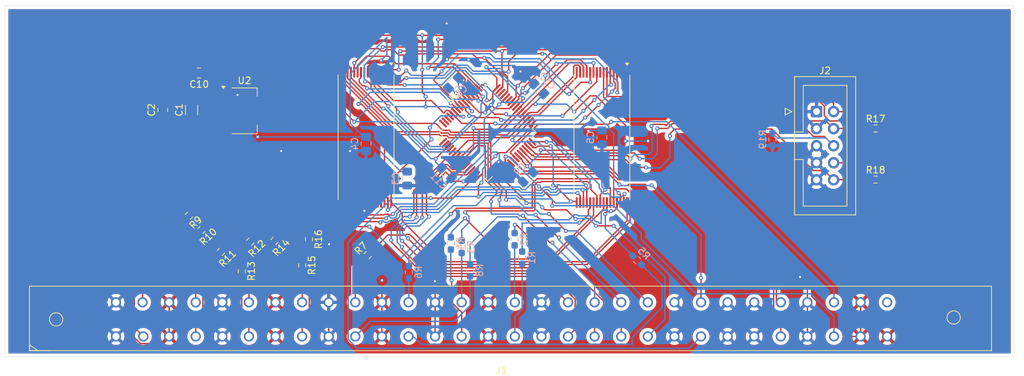
<source format=kicad_pcb>
(kicad_pcb (version 20241229) (generator "pcbnew") (generator_version "9.0")
  (layers (0 "F.Cu" signal) (2 "B.Cu" signal) (13 "F.Paste" user) (15 "B.Paste" user) (5 "F.SilkS" user "F.Silkscreen") (7 "B.SilkS" user "B.Silkscreen") (1 "F.Mask" user) (3 "B.Mask" user) (25 "Edge.Cuts" user))
  (net 0 "")
  (net 1 "+3.3V")
  (net 2 "GND")
  (net 3 "sram_a0")
  (net 4 "{slash}ce1_l")
  (net 5 "D3")
  (net 6 "sram_a4")
  (net 7 "sram_a6")
  (net 8 "D5")
  (net 9 "sram_a15")
  (net 10 "sram_a3")
  (net 11 "{slash}we")
  (net 12 "D0")
  (net 13 "sram_a2")
  (net 14 "sram_a1")
  (net 15 "sram_a7")
  (net 16 "D6")
  (net 17 "D4")
  (net 18 "D2")
  (net 19 "{slash}oe")
  (net 20 "D1")
  (net 21 "sram_a10")
  (net 22 "sram_a16")
  (net 23 "sram_a13")
  (net 24 "sram_a14")
  (net 25 "sram_a9")
  (net 26 "sram_a8")
  (net 27 "sram_a11")
  (net 28 "ce2")
  (net 29 "D7")
  (net 30 "sram_a12")
  (net 31 "sram_a5")
  (net 32 "D13")
  (net 33 "D8")
  (net 34 "D12")
  (net 35 "D11")
  (net 36 "D15")
  (net 37 "D14")
  (net 38 "{slash}ce_1_u")
  (net 39 "D9")
  (net 40 "D10")
  (net 41 "DRA4")
  (net 42 "DRA6")
  (net 43 "DRA5")
  (net 44 "DRA7")
  (net 45 "{slash}CASL0")
  (net 46 "{slash}RAS")
  (net 47 "{slash}CASU0")
  (net 51 "TDI")
  (net 52 "DRA1")
  (net 53 "{slash}CASL1")
  (net 54 "{slash}RRW")
  (net 63 "TCK")
  (net 64 "DRA0")
  (net 66 "DRA2")
  (net 67 "DRA3")
  (net 69 "TMS")
  (net 73 "{slash}CASU1")
  (net 74 "TDO")
  (net 75 "+5V")
  (net 76 "Net-(SRAM_1-I{slash}O0)")
  (net 77 "Net-(SRAM_1-I{slash}O1)")
  (net 78 "Net-(SRAM_1-I{slash}O2)")
  (net 79 "Net-(SRAM_1-I{slash}O3)")
  (net 80 "Net-(SRAM_1-I{slash}O4)")
  (net 81 "Net-(SRAM_1-I{slash}O5)")
  (net 82 "Net-(SRAM_1-I{slash}O6)")
  (net 83 "Net-(SRAM_1-I{slash}O7)")
  (net 84 "Net-(SRAM_2-I{slash}O7)")
  (net 85 "Net-(SRAM_2-I{slash}O6)")
  (net 86 "Net-(SRAM_2-I{slash}O5)")
  (net 87 "Net-(SRAM_2-I{slash}O4)")
  (net 88 "Net-(SRAM_2-I{slash}O3)")
  (net 89 "Net-(SRAM_2-I{slash}O2)")
  (net 90 "Net-(SRAM_2-I{slash}O1)")
  (net 91 "Net-(SRAM_2-I{slash}O0)")
  (footprint "Resistor_SMD:R_0603_1608Metric_Pad0.98x0.95mm_HandSolder" (layer "F.Cu") (at 99.875 90.375 -135)
    (property "Reference" "R10")
    (property "Value" "33r")
  )
  (footprint "Package_SO:TSOP-I-32_18.4x8mm_P0.5mm" (layer "F.Cu") (at 159.5 76.5875 -90)
    (property "Reference" "SRAM_1" (hide yes))
    (property "Value" "~" (hide yes))
  )
  (footprint "Amiga_diverse_Library:Connector_horizontal_amiga1.04_GREEN" (layer "F.Cu") (at 144.56 101.14 180)
    (property "Reference" "J1")
    (property "Value" "Front_Connector")
  )
  (footprint "Capacitor_SMD:C_1206_3216Metric_Pad1.33x1.80mm_HandSolder" (layer "F.Cu") (at 98.4 72.5 90)
    (property "Reference" "C1")
    (property "Value" "22uF")
  )
  (footprint "Package_QFP:TQFP-64_10x10mm_P0.5mm" (layer "F.Cu") (at 142.5 75.875 45)
    (property "Reference" "U1")
    (property "Value" "XC9572XL-xxVQx64")
  )
  (footprint "Capacitor_SMD:C_0805_2012Metric_Pad1.18x1.45mm_HandSolder" (layer "F.Cu") (at 94.1125 72.5 90)
    (property "Reference" "C2")
    (property "Value" "100nF")
  )
  (footprint "Capacitor_SMD:C_0805_2012Metric_Pad1.18x1.45mm_HandSolder" (layer "F.Cu") (at 99.525 67 180)
    (property "Reference" "C10")
    (property "Value" "C_Small")
  )
  (footprint "Resistor_SMD:R_0603_1608Metric_Pad0.98x0.95mm_HandSolder" (layer "F.Cu") (at 124.625 94.125 45)
    (property "Reference" "R7")
    (property "Value" "33r")
  )
  (footprint "Connector_IDC:IDC-Header_2x05_P2.54mm_Vertical" (layer "F.Cu") (at 191.46 72.745)
    (property "Reference" "J2")
    (property "Value" "Conn_02x05_Odd_Even")
  )
  (footprint "Resistor_SMD:R_0603_1608Metric_Pad0.98x0.95mm_HandSolder" (layer "F.Cu") (at 200.25 82.875)
    (property "Reference" "R18")
    (property "Value" "10K")
  )
  (footprint "Resistor_SMD:R_0603_1608Metric_Pad0.98x0.95mm_HandSolder" (layer "F.Cu") (at 115.875 91.75 -90)
    (property "Reference" "R16")
    (property "Value" "33r")
  )
  (footprint "Package_SO:TSOP-I-32_18.4x8mm_P0.5mm" (layer "F.Cu") (at 124.375 76.5625 -90)
    (property "Reference" "SRAM_2" (hide yes))
    (property "Value" "~" (hide yes))
  )
  (footprint "Resistor_SMD:R_0603_1608Metric_Pad0.98x0.95mm_HandSolder" (layer "F.Cu") (at 105.875 96.5 -90)
    (property "Reference" "R13")
    (property "Value" "33r")
  )
  (footprint "Resistor_SMD:R_0603_1608Metric_Pad0.98x0.95mm_HandSolder" (layer "F.Cu") (at 200.25 75.25)
    (property "Reference" "R17")
    (property "Value" "10k")
  )
  (footprint "Resistor_SMD:R_0603_1608Metric_Pad0.98x0.95mm_HandSolder" (layer "F.Cu") (at 107.125 92.125 -135)
    (property "Reference" "R12")
    (property "Value" "33r")
  )
  (footprint "Resistor_SMD:R_0603_1608Metric_Pad0.98x0.95mm_HandSolder" (layer "F.Cu") (at 98 88.25 -135)
    (property "Reference" "R9")
    (property "Value" "33r")
  )
  (footprint "Package_TO_SOT_SMD:SOT-223-3_TabPin2" (layer "F.Cu") (at 106.275 72.625)
    (property "Reference" "U2")
    (property "Value" "LD1117S33TR_SOT223")
  )
  (footprint "Resistor_SMD:R_0603_1608Metric_Pad0.98x0.95mm_HandSolder" (layer "F.Cu") (at 110.75 92 -135)
    (property "Reference" "R14")
    (property "Value" "33r")
  )
  (footprint "Resistor_SMD:R_0603_1608Metric_Pad0.98x0.95mm_HandSolder" (layer "F.Cu") (at 114.875 95.625 -90)
    (property "Reference" "R15")
    (property "Value" "33r")
  )
  (footprint "Resistor_SMD:R_0603_1608Metric_Pad0.98x0.95mm_HandSolder" (layer "F.Cu") (at 102.75 93.625 -135)
    (property "Reference" "R11")
    (property "Value" "33r")
  )
  (footprint "Resistor_SMD:R_0603_1608Metric_Pad0.98x0.95mm_HandSolder" (layer "B.Cu") (at 164.75 94.875 135)
    (property "Reference" "R5")
    (property "Value" "33r")
  )
  (footprint "Resistor_SMD:R_0603_1608Metric_Pad0.98x0.95mm_HandSolder" (layer "B.Cu") (at 138.625 92.875 90)
    (property "Reference" "R3")
    (property "Value" "33r")
  )
  (footprint "Capacitor_SMD:C_0805_2012Metric_Pad1.18x1.45mm_HandSolder" (layer "B.Cu") (at 159.5 76.5875 -90)
    (property "Reference" "C5")
    (property "Value" "100nF")
  )
  (footprint "Capacitor_SMD:C_0805_2012Metric_Pad1.18x1.45mm_HandSolder" (layer "B.Cu") (at 150.125 69.375 135)
    (property "Reference" "C12")
    (property "Value" "100nF")
  )
  (footprint "Resistor_SMD:R_0603_1608Metric_Pad0.98x0.95mm_HandSolder" (layer "B.Cu") (at 146.5 91.75 90)
    (property "Reference" "R2")
    (property "Value" "33r")
  )
  (footprint "Capacitor_SMD:C_0805_2012Metric_Pad1.18x1.45mm_HandSolder" (layer "B.Cu") (at 148.5 82.5 -135)
    (property "Reference" "C9")
    (property "Value" "100nF")
  )
  (footprint "Capacitor_SMD:C_0805_2012Metric_Pad1.18x1.45mm_HandSolder" (layer "B.Cu") (at 137.375 68.5 45)
    (property "Reference" "C8")
    (property "Value" "100nF")
  )
  (footprint "Resistor_SMD:R_0603_1608Metric_Pad0.98x0.95mm_HandSolder" (layer "B.Cu") (at 184.875 76.875 -90)
    (property "Reference" "R19")
    (property "Value" "10K")
  )
  (footprint "Resistor_SMD:R_0603_1608Metric_Pad0.98x0.95mm_HandSolder" (layer "B.Cu") (at 130.75 96.6625 90)
    (property "Reference" "R6")
    (property "Value" "33r")
  )
  (footprint "Capacitor_SMD:C_0805_2012Metric_Pad1.18x1.45mm_HandSolder" (layer "B.Cu") (at 130.5 82.7125 -90)
    (property "Reference" "C3")
    (property "Value" "10uF")
  )
  (footprint "Resistor_SMD:R_0603_1608Metric_Pad0.98x0.95mm_HandSolder" (layer "B.Cu") (at 137 92.375 90)
    (property "Reference" "R4")
    (property "Value" "33r")
  )
  (footprint "Resistor_SMD:R_0603_1608Metric_Pad0.98x0.95mm_HandSolder" (layer "B.Cu") (at 139.875 96.375 90)
    (property "Reference" "R8")
    (property "Value" "33r")
  )
  (footprint "Capacitor_SMD:C_0805_2012Metric_Pad1.18x1.45mm_HandSolder" (layer "B.Cu") (at 136.375 81.875 -45)
    (property "Reference" "C11")
    (property "Value" "100nF")
  )
  (footprint "Capacitor_SMD:C_0805_2012Metric_Pad1.18x1.45mm_HandSolder" (layer "B.Cu") (at 124.375 77.5375 -90)
    (property "Reference" "C4")
    (property "Value" "C_Small")
  )
  (footprint "Resistor_SMD:R_0603_1608Metric_Pad0.98x0.95mm_HandSolder" (layer "B.Cu") (at 147.625 94.5 90)
    (property "Reference" "R1")
    (property "Value" "33r")
  )
  (gr_rect (start 70.625 57) (end 220.875 109.25) (stroke (width 0.05)) (fill no) (layer "Edge.Cuts"))
  (segment (start 149.625 71.625) (end 149.224874 71.625) (width 0.2) (layer "F.Cu") (net 1))
  (segment (start 158.623943 70.399) (end 157.726 70.399) (width 0.2) (layer "F.Cu") (net 1))
  (segment (start 139.78666 72.308493) (end 140.176056 72.697889) (width 0.2) (layer "F.Cu") (net 1))
  (segment (start 136.551464 77.934449) (end 136.551464 77.948536) (width 0.2) (layer "F.Cu") (net 1))
  (segment (start 115.375 67) (end 122.625 74.25) (width 0.2) (layer "F.Cu") (net 1))
  (segment (start 198.6575 72.745) (end 194 72.745) (width 0.2) (layer "F.Cu") (net 1))
  (segment (start 137.825667 70) (end 138.350334 70.524667) (width 0.2) (layer "F.Cu") (net 1))
  (segment (start 132.75 61.375) (end 133.202 61.375) (width 0.2) (layer "F.Cu") (net 1))
  (segment (start 133.226 61.399) (end 183.856081 61.399) (width 0.2) (layer "F.Cu") (net 1))
  (segment (start 150.388235 78.637235) (end 150.52547 78.5) (width 0.2) (layer "F.Cu") (net 1))
  (segment (start 149.224874 71.625) (end 147.741429 73.108445) (width 0.2) (layer "F.Cu") (net 1))
  (segment (start 201.1625 75.25) (end 198.6575 72.745) (width 0.2) (layer "F.Cu") (net 1))
  (segment (start 201.1625 75.25) (end 201.1625 82.875) (width 0.2) (layer "F.Cu") (net 1))
  (segment (start 100.5625 67) (end 115.375 67) (width 0.2) (layer "F.Cu") (net 1))
  (segment (start 136.551464 77.948536) (end 134.75 79.75) (width 0.2) (layer "F.Cu") (net 1))
  (segment (start 163.625 75.400057) (end 158.623943 70.399) (width 0.2) (layer "F.Cu") (net 1))
  (segment (start 132.75 61.375) (end 121 61.375) (width 0.2) (layer "F.Cu") (net 1))
  (segment (start 109.425 67) (end 109.425 72.625) (width 0.2) (layer "F.Cu") (net 1))
  (segment (start 139.78666 72.101) (end 139.78666 72.308493) (width 0.2) (layer "F.Cu") (net 1))
  (segment (start 133.25 70.375) (end 133.25 70.5) (width 0.2) (layer "F.Cu") (net 1))
  (segment (start 139.78666 72.101) (end 139.026338 71.340678) (width 0.2) (layer "F.Cu") (net 1))
  (segment (start 100.5625 67) (end 109.425 67) (width 0.2) (layer "F.Cu") (net 1))
  (segment (start 133.202 61.375) (end 133.226 61.399) (width 0.2) (layer "F.Cu") (net 1))
  (segment (start 148.375 80.875) (end 147.68566 80.18566) (width 0.2) (layer "F.Cu") (net 1))
  (segment (start 150.52547 78.5) (end 163.625 78.5) (width 0.2) (layer "F.Cu") (net 1))
  (segment (start 157.726 70.399) (end 155.375 72.75) (width 0.2) (layer "F.Cu") (net 1))
  (segment (start 138.350334 70.524667) (end 138.350334 70.664674) (width 0.2) (layer "F.Cu") (net 1))
  (segment (start 147.68566 80.18566) (end 147.68566 80) (width 0.2) (layer "F.Cu") (net 1))
  (segment (start 194 71.542919) (end 194 72.745) (width 0.2) (layer "F.Cu") (net 1))
  (segment (start 163.625 78.5) (end 163.625 75.400057) (width 0.2) (layer "F.Cu") (net 1))
  (segment (start 132.75 69.875) (end 133.25 70.375) (width 0.2) (layer "F.Cu") (net 1))
  (segment (start 138.350334 70.664674) (end 139.026338 71.340678) (width 0.2) (layer "F.Cu") (net 1))
  (segment (start 137.75 70) (end 137.825667 70) (width 0.2) (layer "F.Cu") (net 1))
  (segment (start 150.388235 78.486765) (end 150.388235 78.637235) (width 0.2) (layer "F.Cu") (net 1))
  (segment (start 103.125 72.625) (end 109.425 72.625) (width 0.2) (layer "F.Cu") (net 1))
  (segment (start 147.68566 80) (end 147.034322 79.348662) (width 0.2) (layer "F.Cu") (net 1))
  (segment (start 183.856081 61.399) (end 194 71.542919) (width 0.2) (layer "F.Cu") (net 1))
  (segment (start 121 61.375) (end 115.375 67) (width 0.2) (layer "F.Cu") (net 1))
  (segment (start 132.75 66.5) (end 132.75 69.875) (width 0.2) (layer "F.Cu") (net 1))
  (via blind (at 122.625 74.25) (size 0.6) (drill 0.3) (layers "F.Cu" "B.Cu") (net 1))
  (via blind (at 148.375 80.875) (size 0.6) (drill 0.3) (layers "F.Cu" "B.Cu") (net 1))
  (via blind (at 132.75 66.5) (size 0.6) (drill 0.3) (layers "F.Cu" "B.Cu") (net 1))
  (via blind (at 150.388235 78.486765) (size 0.6) (drill 0.3) (layers "F.Cu" "B.Cu") (net 1))
  (via blind (at 134.75 79.75) (size 0.6) (drill 0.3) (layers "F.Cu" "B.Cu") (net 1))
  (via blind (at 133.25 70.5) (size 0.6) (drill 0.3) (layers "F.Cu" "B.Cu") (net 1))
  (via blind (at 132.75 61.375) (size 0.6) (drill 0.3) (layers "F.Cu" "B.Cu") (net 1))
  (via blind (at 155.375 72.75) (size 0.6) (drill 0.3) (layers "F.Cu" "B.Cu") (net 1))
  (via blind (at 133.25 72) (size 0.6) (drill 0.3) (layers "F.Cu" "B.Cu") (net 1))
  (via blind (at 137.75 70) (size 0.6) (drill 0.3) (layers "F.Cu" "B.Cu") (net 1))
  (via blind (at 140.176056 72.697889) (size 0.6) (drill 0.3) (layers "F.Cu" "B.Cu") (net 1))
  (via blind (at 149.625 71.625) (size 0.6) (drill 0.3) (layers "F.Cu" "B.Cu") (net 1))
  (segment (start 150.125 79.124) (end 150.388235 78.860765) (width 0.2) (layer "B.Cu") (net 1))
  (segment (start 150.125 79.126176) (end 150.125 79.124) (width 0.2) (layer "B.Cu") (net 1))
  (segment (start 128.301735 71.675322) (end 128.301735 71.676735) (width 0.2) (layer "B.Cu") (net 1))
  (segment (start 136.641377 69.233623) (end 136.983623 69.233623) (width 0.2) (layer "B.Cu") (net 1))
  (segment (start 128.5579 74.25) (end 134.0579 79.75) (width 0.2) (layer "B.Cu") (net 1))
  (segment (start 149.125 80.126176) (end 150.125 79.126176) (width 0.2) (layer "B.Cu") (net 1))
  (segment (start 149.125 81.657754) (end 149.233623 81.766377) (width 0.2) (layer "B.Cu") (net 1))
  (segment (start 134.75 80.25) (end 135.641377 81.141377) (width 0.2) (layer "B.Cu") (net 1))
  (segment (start 122.625 74.25) (end 128.5579 74.25) (width 0.2) (layer "B.Cu") (net 1))
  (segment (start 140.176056 72.697889) (end 139.579167 72.101) (width 0.2) (layer "B.Cu") (net 1))
  (segment (start 134.75 79.75) (end 134.75 80.25) (width 0.2) (layer "B.Cu") (net 1))
  (segment (start 149.125 81.625) (end 149.125 81.657754) (width 0.2) (layer "B.Cu") (net 1))
  (segment (start 150.858623 70.108623) (end 149.625 71.342246) (width 0.2) (layer "B.Cu") (net 1))
  (segment (start 136.983623 69.233623) (end 137.75 70) (width 0.2) (layer "B.Cu") (net 1))
  (segment (start 149.123824 80.126176) (end 149.125 80.126176) (width 0.2) (layer "B.Cu") (net 1))
  (segment (start 127.876413 71.25) (end 128.301735 71.675322) (width 0.2) (layer "B.Cu") (net 1))
  (segment (start 125.625 71.25) (end 127.876413 71.25) (width 0.2) (layer "B.Cu") (net 1))
  (segment (start 148.375 80.875) (end 149.123824 80.126176) (width 0.2) (layer "B.Cu") (net 1))
  (segment (start 148.375 80.875) (end 149.125 81.625) (width 0.2) (layer "B.Cu") (net 1))
  (segment (start 155.375 72.75) (end 154.25 71.625) (width 0.2) (layer "B.Cu") (net 1))
  (segment (start 149.625 71.342246) (end 149.625 71.625) (width 0.2) (layer "B.Cu") (net 1))
  (segment (start 128.625 72) (end 133.25 72) (width 0.2) (layer "B.Cu") (net 1))
  (segment (start 150.388235 78.860765) (end 150.388235 78.486765) (width 0.2) (layer "B.Cu") (net 1))
  (segment (start 136.650057 72) (end 133.25 72) (width 0.2) (layer "B.Cu") (net 1))
  (segment (start 122.625 74.25) (end 125.625 71.25) (width 0.2) (layer "B.Cu") (net 1))
  (segment (start 134.0579 79.75) (end 134.75 79.75) (width 0.2) (layer "B.Cu") (net 1))
  (segment (start 128.301735 71.676735) (end 128.625 72) (width 0.2) (layer "B.Cu") (net 1))
  (segment (start 154.25 71.625) (end 149.625 71.625) (width 0.2) (layer "B.Cu") (net 1))
  (segment (start 139.579167 72.101) (end 136.751057 72.101) (width 0.2) (layer "B.Cu") (net 1))
  (segment (start 136.751057 72.101) (end 136.650057 72) (width 0.2) (layer "B.Cu") (net 1))
  (segment (start 132.75 61.375) (end 132.75 66.5) (width 0.2) (layer "B.Cu") (net 1))
  (segment (start 133.25 70.5) (end 133.25 72) (width 0.2) (layer "B.Cu") (net 1))
  (segment (start 97.875 71.4625) (end 98.4 70.9375) (width 0.2) (layer "F.Cu") (net 2))
  (segment (start 189 97.375) (end 189 97.425) (width 0.2) (layer "F.Cu") (net 2))
  (segment (start 189 97.425) (end 190.1 98.525) (width 0.2) (layer "F.Cu") (net 2))
  (segment (start 147.125 70.5) (end 147.125 70.896446) (width 0.2) (layer "F.Cu") (net 2))
  (segment (start 98.4875 67) (end 98.4875 70.85) (width 0.2) (layer "F.Cu") (net 2))
  (segment (start 143 71.75) (end 143.537828 72.287828) (width 0.2) (layer "F.Cu") (net 2))
  (segment (start 118.82 92.555) (end 118.875 92.5) (width 0.2) (layer "F.Cu") (net 2))
  (segment (start 145.733618 72.287828) (end 146.327215 71.694231) (width 0.2) (layer "F.Cu") (net 2))
  (segment (start 190.1 106.22) (end 190.1 101.14) (width 0.2) (layer "F.Cu") (net 2))
  (segment (start 136.4375 64.9375) (end 136.375 65) (width 0.2) (layer "F.Cu") (net 2))
  (segment (start 147.125 70.5) (end 147.625 70) (width 0.2) (layer "F.Cu") (net 2))
  (segment (start 111.75 78.625) (end 122 78.625) (width 0.2) (layer "F.Cu") (net 2))
  (segment (start 103.125 70.325) (end 105.175 70.325) (width 0.2) (layer "F.Cu") (net 2))
  (segment (start 134.66 98.66) (end 134.66 101.14) (width 0.2) (layer "F.Cu") (net 2))
  (segment (start 134.625 98.625) (end 134.66 98.66) (width 0.2) (layer "F.Cu") (net 2))
  (segment (start 139.139087 83.125) (end 140.440551 81.823536) (width 0.2) (layer "F.Cu") (net 2))
  (segment (start 141.267767 72.875) (end 142.125 72.875) (width 0.2) (layer "F.Cu") (net 2))
  (segment (start 134.625 98) (end 134.625 98.625) (width 0.2) (layer "F.Cu") (net 2))
  (segment (start 139.375 64.75) (end 136.625 64.75) (width 0.2) (layer "F.Cu") (net 2))
  (segment (start 138.5 70.107233) (end 139.379891 70.987124) (width 0.2) (layer "F.Cu") (net 2))
  (segment (start 94.1125 71.4625) (end 97.875 71.4625) (width 0.2) (layer "F.Cu") (net 2))
  (segment (start 147.125 70.896446) (end 146.327215 71.694231) (width 0.2) (layer "F.Cu") (net 2))
  (segment (start 139.379891 70.987124) (end 141.267767 72.875) (width 0.2) (layer "F.Cu") (net 2))
  (segment (start 190.1 98.525) (end 190.1 101.14) (width 0.2) (layer "F.Cu") (net 2))
  (segment (start 124.125 86.25) (end 124.125 87.5) (width 0.2) (layer "F.Cu") (net 2))
  (segment (start 98.4875 70.85) (end 98.4 70.9375) (width 0.2) (layer "F.Cu") (net 2))
  (segment (start 105.175 70.325) (end 105.25 70.25) (width 0.2) (layer "F.Cu") (net 2))
  (segment (start 144.400126 80.25) (end 145.266555 81.116429) (width 0.2) (layer "F.Cu") (net 2))
  (segment (start 144.125 80.25) (end 144.400126 80.25) (width 0.2) (layer "F.Cu") (net 2))
  (segment (start 138.875 83.125) (end 139.139087 83.125) (width 0.2) (layer "F.Cu") (net 2))
  (segment (start 148.032754 70) (end 147.625 70) (width 0.2) (layer "F.Cu") (net 2))
  (segment (start 138.5 69.25) (end 138.5 70.107233) (width 0.2) (layer "F.Cu") (net 2))
  (segment (start 118.82 106.22) (end 118.82 101.14) (width 0.2) (layer "F.Cu") (net 2))
  (segment (start 136.5 83.125) (end 138.875 83.125) (width 0.2) (layer "F.Cu") (net 2))
  (segment (start 159.25 85.125) (end 159.25 86.275) (width 0.2) (layer "F.Cu") (net 2))
  (segment (start 146.327215 71.624937) (end 146.327215 71.694231) (width 0.2) (layer "F.Cu") (net 2))
  (segment (start 136 83.625) (end 136.5 83.125) (width 0.2) (layer "F.Cu") (net 2))
  (segment (start 102.5125 70.9375) (end 103.125 70.325) (width 0.2) (layer "F.Cu") (net 2))
  (segment (start 134.66 106.22) (end 134.66 101.14) (width 0.2) (layer "F.Cu") (net 2))
  (segment (start 136.5 83.125) (end 139 83.125) (width 0.2) (layer "F.Cu") (net 2))
  (segment (start 118.82 101.14) (end 118.82 92.555) (width 0.2) (layer "F.Cu") (net 2))
  (segment (start 103.125 70.325) (end 103.45 70.325) (width 0.2) (layer "F.Cu") (net 2))
  (segment (start 136.625 64.75) (end 136.4375 64.9375) (width 0.2) (layer "F.Cu") (net 2))
  (segment (start 143.537828 72.287828) (end 145.733618 72.287828) (width 0.2) (layer "F.Cu") (net 2))
  (segment (start 98.4 70.9375) (end 102.5125 70.9375) (width 0.2) (layer "F.Cu") (net 2))
  (segment (start 139.625 65) (end 139.375 64.75) (width 0.2) (layer "F.Cu") (net 2))
  (segment (start 160 84.375) (end 159.25 85.125) (width 0.2) (layer "F.Cu") (net 2))
  (via blind (at 105.25 70.25) (size 0.6) (drill 0.3) (layers "F.Cu" "B.Cu") (net 2))
  (via blind (at 139.625 65) (size 0.6) (drill 0.3) (layers "F.Cu" "B.Cu") (net 2))
  (via blind (at 124.125 87.5) (size 0.6) (drill 0.3) (layers "F.Cu" "B.Cu") (net 2))
  (via blind (at 136.4375 64.9375) (size 0.6) (drill 0.3) (layers "F.Cu" "B.Cu") (net 2))
  (via blind (at 147.375 66.75) (size 0.6) (drill 0.3) (layers "F.Cu" "B.Cu") (net 2))
  (via blind (at 142.125 72.875) (size 0.6) (drill 0.3) (layers "F.Cu" "B.Cu") (net 2))
  (via blind (at 144.125 80.25) (size 0.6) (drill 0.3) (layers "F.Cu" "B.Cu") (net 2))
  (via blind (at 138.5 69.25) (size 0.6) (drill 0.3) (layers "F.Cu" "B.Cu") (net 2))
  (via blind (at 136 83.625) (size 0.6) (drill 0.3) (layers "F.Cu" "B.Cu") (net 2))
  (via blind (at 143 71.75) (size 0.6) (drill 0.3) (layers "F.Cu" "B.Cu") (net 2))
  (via blind (at 118.875 92.5) (size 0.6) (drill 0.3) (layers "F.Cu" "B.Cu") (net 2))
  (via blind (at 160 84.375) (size 0.6) (drill 0.3) (layers "F.Cu" "B.Cu") (net 2))
  (via blind (at 134.625 98) (size 0.6) (drill 0.3) (layers "F.Cu" "B.Cu") (net 2))
  (via blind (at 136.375 59.625) (size 0.6) (drill 0.3) (layers "F.Cu" "B.Cu") (net 2))
  (via blind (at 148.032754 70) (size 0.6) (drill 0.3) (layers "F.Cu" "B.Cu") (net 2))
  (via blind (at 118.82 106.22) (size 0.6) (drill 0.3) (layers "F.Cu" "B.Cu") (net 2))
  (via blind (at 111.75 78.625) (size 0.6) (drill 0.3) (layers "F.Cu" "B.Cu") (net 2))
  (via blind (at 122 78.625) (size 0.6) (drill 0.3) (layers "F.Cu" "B.Cu") (net 2))
  (via blind (at 138.875 83.125) (size 0.6) (drill 0.3) (layers "F.Cu" "B.Cu") (net 2))
  (via blind (at 189 97.375) (size 0.6) (drill 0.3) (layers "F.Cu" "B.Cu") (net 2))
  (segment (start 160 84.375) (end 160.125 84.375) (width 0.2) (layer "B.Cu") (net 2))
  (segment (start 159.5 83.9375) (end 159.9375 84.375) (width 0.2) (layer "B.Cu") (net 2))
  (segment (start 142.125 72.875) (end 143 72) (width 0.2) (layer "B.Cu") (net 2))
  (segment (start 142.352473 65.326) (end 139.951 65.326) (width 0.2) (layer "B.Cu") (net 2))
  (segment (start 122.05 78.575) (end 124.375 78.575) (width 0.2) (layer "B.Cu") (net 2))
  (segment (start 122 78.625) (end 122.05 78.575) (width 0.2) (layer "B.Cu") (net 2))
  (segment (start 143.226 78.774) (end 143.873943 78.774) (width 0.2) (layer "B.Cu") (net 2))
  (segment (start 184.875 77.7875) (end 186.3425 77.7875) (width 0.2) (layer "B.Cu") (net 2))
  (segment (start 142.901473 65.875) (end 142.352473 65.326) (width 0.2) (layer "B.Cu") (net 2))
  (segment (start 144.782754 80.25) (end 144.125 80.25) (width 0.2) (layer "B.Cu") (net 2))
  (segment (start 127.875 83.75) (end 130.5 83.75) (width 0.2) (layer "B.Cu") (net 2))
  (segment (start 143.873943 78.774) (end 144.226 79.126057) (width 0.2) (layer "B.Cu") (net 2))
  (segment (start 136.092246 83.625) (end 137.108623 82.608623) (width 0.2) (layer "B.Cu") (net 2))
  (segment (start 105.25 70.25) (end 105.25 74.349943) (width 0.2) (layer "B.Cu") (net 2))
  (segment (start 143 72) (end 143 71.75) (width 0.2) (layer "B.Cu") (net 2))
  (segment (start 159.9375 84.375) (end 160 84.375) (width 0.2) (layer "B.Cu") (net 2))
  (segment (start 105.25 74.349943) (end 109.525057 78.625) (width 0.2) (layer "B.Cu") (net 2))
  (segment (start 136 83.625) (end 136.092246 83.625) (width 0.2) (layer "B.Cu") (net 2))
  (segment (start 159.5 77.625) (end 159.5 83.9375) (width 0.2) (layer "B.Cu") (net 2))
  (segment (start 139.951 65.326) (end 139.625 65) (width 0.2) (layer "B.Cu") (net 2))
  (segment (start 146.5 65.875) (end 142.901473 65.875) (width 0.2) (layer "B.Cu") (net 2))
  (segment (start 124.125 87.5) (end 127.875 83.75) (width 0.2) (layer "B.Cu") (net 2))
  (segment (start 136.375 64.875) (end 136.375 59.625) (width 0.2) (layer "B.Cu") (net 2))
  (segment (start 138.5 69.25) (end 138.108623 68.858623) (width 0.2) (layer "B.Cu") (net 2))
  (segment (start 144.226 79.126057) (end 144.226 80.149) (width 0.2) (layer "B.Cu") (net 2))
  (segment (start 138.875 83.125) (end 143.226 78.774) (width 0.2) (layer "B.Cu") (net 2))
  (segment (start 109.525057 78.625) (end 111.75 78.625) (width 0.2) (layer "B.Cu") (net 2))
  (segment (start 144.226 80.149) (end 144.125 80.25) (width 0.2) (layer "B.Cu") (net 2))
  (segment (start 186.3425 77.7875) (end 191.46 82.905) (width 0.2) (layer "B.Cu") (net 2))
  (segment (start 144.782754 80.25) (end 147.766377 83.233623) (width 0.2) (layer "B.Cu") (net 2))
  (segment (start 149.391377 68.641377) (end 148.032754 70) (width 0.2) (layer "B.Cu") (net 2))
  (segment (start 136.4375 64.9375) (end 136.375 64.875) (width 0.2) (layer "B.Cu") (net 2))
  (segment (start 147.375 66.75) (end 146.5 65.875) (width 0.2) (layer "B.Cu") (net 2))
  (segment (start 138.108623 68.858623) (end 138.108623 67.766377) (width 0.2) (layer "B.Cu") (net 2))
  (segment (start 149.416792 78.126303) (end 149.165489 77.875) (width 0.2) (layer "F.Cu") (net 3))
  (segment (start 123.178676 88.125) (end 127.025057 88.125) (width 0.2) (layer "F.Cu") (net 3))
  (segment (start 157.25 83.875) (end 157.25 86.275) (width 0.2) (layer "F.Cu") (net 3))
  (segment (start 151.863702 77.886288) (end 151.852414 77.875) (width 0.2) (layer "F.Cu") (net 3))
  (segment (start 128.25 88.125) (end 128.375 88) (width 0.2) (layer "F.Cu") (net 3))
  (segment (start 127.025057 88.125) (end 127.126057 88.024) (width 0.2) (layer "F.Cu") (net 3))
  (segment (start 157.125 83.75) (end 157.25 83.875) (width 0.2) (layer "F.Cu") (net 3))
  (segment (start 149.976645 77.875) (end 149.725342 78.126303) (width 0.2) (layer "F.Cu") (net 3))
  (segment (start 127.724943 88.125) (end 128.25 88.125) (width 0.2) (layer "F.Cu") (net 3))
  (segment (start 127.126057 88.024) (end 127.623943 88.024) (width 0.2) (layer "F.Cu") (net 3))
  (segment (start 122.125 86.25) (end 122.125 87.071324) (width 0.2) (layer "F.Cu") (net 3))
  (segment (start 127.623943 88.024) (end 127.724943 88.125) (width 0.2) (layer "F.Cu") (net 3))
  (segment (start 122.125 87.071324) (end 123.178676 88.125) (width 0.2) (layer "F.Cu") (net 3))
  (segment (start 151.852414 77.875) (end 149.976645 77.875) (width 0.2) (layer "F.Cu") (net 3))
  (segment (start 149.096194 77.875) (end 148.802089 77.580895) (width 0.2) (layer "F.Cu") (net 3))
  (segment (start 149.165489 77.875) (end 149.096194 77.875) (width 0.2) (layer "F.Cu") (net 3))
  (segment (start 149.725342 78.126303) (end 149.416792 78.126303) (width 0.2) (layer "F.Cu") (net 3))
  (via blind (at 151.863702 77.886288) (size 0.6) (drill 0.3) (layers "F.Cu" "B.Cu") (net 3))
  (via blind (at 157.125 83.75) (size 0.6) (drill 0.3) (layers "F.Cu" "B.Cu") (net 3))
  (via blind (at 128.375 88) (size 0.6) (drill 0.3) (layers "F.Cu" "B.Cu") (net 3))
  (segment (start 150.875943 83.974) (end 150.373943 84.476) (width 0.2) (layer "B.Cu") (net 3))
  (segment (start 148.825984 83.625) (end 148.086939 84.364045) (width 0.2) (layer "B.Cu") (net 3))
  (segment (start 150.373943 84.476) (end 149.876057 84.476) (width 0.2) (layer "B.Cu") (net 3))
  (segment (start 148.086939 84.364045) (end 147.640269 84.364045) (width 0.2) (layer "B.Cu") (net 3))
  (segment (start 149.524 84.123943) (end 149.524 83.880384) (width 0.2) (layer "B.Cu") (net 3))
  (segment (start 137.776 83.974) (end 134.849 86.901) (width 0.2) (layer "B.Cu") (net 3))
  (segment (start 152.851 83.625) (end 152.851 83.998943) (width 0.2) (layer "B.Cu") (net 3))
  (segment (start 157.125 83.75) (end 153.25 83.75) (width 0.2) (layer "B.Cu") (net 3))
  (segment (start 153.125 83.625) (end 152.851 83.625) (width 0.2) (layer "B.Cu") (net 3))
  (segment (start 147.640269 84.364045) (end 147.250224 83.974) (width 0.2) (layer "B.Cu") (net 3))
  (segment (start 134.849 86.901) (end 129.474 86.901) (width 0.2) (layer "B.Cu") (net 3))
  (segment (start 151.863702 77.886288) (end 152.125 78.147586) (width 0.2) (layer "B.Cu") (net 3))
  (segment (start 149.876057 84.476) (end 149.524 84.123943) (width 0.2) (layer "B.Cu") (net 3))
  (segment (start 152.851 83.998943) (end 152.498943 84.351) (width 0.2) (layer "B.Cu") (net 3))
  (segment (start 152.001057 84.351) (end 151.624057 83.974) (width 0.2) (layer "B.Cu") (net 3))
  (segment (start 152.125 78.147586) (end 152.125 78.75) (width 0.2) (layer "B.Cu") (net 3))
  (segment (start 149.268616 83.625) (end 148.825984 83.625) (width 0.2) (layer "B.Cu") (net 3))
  (segment (start 153.25 83.75) (end 153.125 83.625) (width 0.2) (layer "B.Cu") (net 3))
  (segment (start 147.250224 83.974) (end 137.776 83.974) (width 0.2) (layer "B.Cu") (net 3))
  (segment (start 129.474 86.901) (end 128.375 88) (width 0.2) (layer "B.Cu") (net 3))
  (segment (start 152.125 78.75) (end 157.125 83.75) (width 0.2) (layer "B.Cu") (net 3))
  (segment (start 151.624057 83.974) (end 150.875943 83.974) (width 0.2) (layer "B.Cu") (net 3))
  (segment (start 149.524 83.880384) (end 149.268616 83.625) (width 0.2) (layer "B.Cu") (net 3))
  (segment (start 152.498943 84.351) (end 152.001057 84.351) (width 0.2) (layer "B.Cu") (net 3))
  (segment (start 134.5 68.125) (end 137.773824 71.398824) (width 0.2) (layer "F.Cu") (net 4))
  (segment (start 134.5 67.909143) (end 134.5 68.125) (width 0.2) (layer "F.Cu") (net 4))
  (segment (start 135.625 66.749) (end 135.625 66.784143) (width 0.2) (layer "F.Cu") (net 4))
  (segment (start 137.773824 71.502378) (end 138.319231 72.047785) (width 0.2) (layer "F.Cu") (net 4))
  (segment (start 162.25 85.125) (end 162 84.875) (width 0.2) (layer "F.Cu") (net 4))
  (segment (start 162.25 86.275) (end 162.25 85.125) (width 0.2) (layer "F.Cu") (net 4))
  (segment (start 137.773824 71.398824) (end 137.773824 71.502378) (width 0.2) (layer "F.Cu") (net 4))
  (segment (start 135.625 66.784143) (end 134.5 67.909143) (width 0.2) (layer "F.Cu") (net 4))
  (via blind (at 135.625 66.749) (size 0.6) (drill 0.3) (layers "F.Cu" "B.Cu") (net 4))
  (via blind (at 162 84.875) (size 0.6) (drill 0.3) (layers "F.Cu" "B.Cu") (net 4))
  (segment (start 142.875 64.125) (end 143.625 64.875) (width 0.2) (layer "B.Cu") (net 4))
  (segment (start 150.224943 64.875) (end 160.011443 74.6615) (width 0.2) (layer "B.Cu") (net 4))
  (segment (start 161.25 76) (end 161.25 84.125) (width 0.2) (layer "B.Cu") (net 4))
  (segment (start 135.907143 66.466857) (end 135.908143 66.466857) (width 0.2) (layer "B.Cu") (net 4))
  (segment (start 143.625 64.875) (end 150.224943 64.875) (width 0.2) (layer "B.Cu") (net 4))
  (segment (start 138.25 64.125) (end 142.875 64.125) (width 0.2) (layer "B.Cu") (net 4))
  (segment (start 161.25 84.125) (end 162 84.875) (width 0.2) (layer "B.Cu") (net 4))
  (segment (start 135.625 66.749) (end 135.907143 66.466857) (width 0.2) (layer "B.Cu") (net 4))
  (segment (start 160.526 74.97734) (end 160.526 75.276) (width 0.2) (layer "B.Cu") (net 4))
  (segment (start 160.526 75.276) (end 161.25 76) (width 0.2) (layer "B.Cu") (net 4))
  (segment (start 160.011443 74.6615) (end 160.21016 74.6615) (width 0.2) (layer "B.Cu") (net 4))
  (segment (start 160.21016 74.6615) (end 160.526 74.97734) (width 0.2) (layer "B.Cu") (net 4))
  (segment (start 135.908143 66.466857) (end 138.25 64.125) (width 0.2) (layer "B.Cu") (net 4))
  (segment (start 138.62 102.64331) (end 138.62 106.22) (width 0.2) (layer "F.Cu") (net 5))
  (segment (start 137.125 97.875) (end 137.125 101.14831) (width 0.2) (layer "F.Cu") (net 5))
  (segment (start 137.125 101.14831) (end 138.62 102.64331) (width 0.2) (layer "F.Cu") (net 5))
  (via blind (at 137.125 97.875) (size 0.6) (drill 0.3) (layers "F.Cu" "B.Cu") (net 5))
  (segment (start 137 93.2875) (end 137 97.75) (width 0.2) (layer "B.Cu") (net 5))
  (segment (start 137 97.75) (end 137.125 97.875) (width 0.2) (layer "B.Cu") (net 5))
  (segment (start 150.125 73.270144) (end 149.063238 73.270144) (width 0.2) (layer "F.Cu") (net 6))
  (segment (start 155.75 67.645144) (end 150.125 73.270144) (width 0.2) (layer "F.Cu") (net 6))
  (segment (start 135.263725 76.151) (end 128.776 76.151) (width 0.2) (layer "F.Cu") (net 6))
  (segment (start 148.517831 73.815551) (end 148.448536 73.815551) (width 0.2) (layer "F.Cu") (net 6))
  (segment (start 148.448536 73.815551) (end 145.639087 76.625) (width 0.2) (layer "F.Cu") (net 6))
  (segment (start 155.75 66.9) (end 155.75 67.645144) (width 0.2) (layer "F.Cu") (net 6))
  (segment (start 128.776 76.151) (end 120.625 68) (width 0.2) (layer "F.Cu") (net 6))
  (segment (start 145.639087 76.625) (end 136.710675 76.625) (width 0.2) (layer "F.Cu") (net 6))
  (segment (start 136.414056 76.328381) (end 135.441106 76.328381) (width 0.2) (layer "F.Cu") (net 6))
  (segment (start 136.710675 76.625) (end 136.414056 76.328381) (width 0.2) (layer "F.Cu") (net 6))
  (segment (start 120.625 68) (end 120.625 66.875) (width 0.2) (layer "F.Cu") (net 6))
  (segment (start 149.063238 73.270144) (end 148.517831 73.815551) (width 0.2) (layer "F.Cu") (net 6))
  (segment (start 135.441106 76.328381) (end 135.263725 76.151) (width 0.2) (layer "F.Cu") (net 6))
  (segment (start 144.319766 75.823) (end 137.042875 75.823) (width 0.2) (layer "F.Cu") (net 7))
  (segment (start 156.75 66.9) (end 156.75 66.011576) (width 0.2) (layer "F.Cu") (net 7))
  (segment (start 154.732267 65.4105) (end 147.387876 72.754891) (width 0.2) (layer "F.Cu") (net 7))
  (segment (start 137.042875 75.823) (end 136.746256 75.526381) (width 0.2) (layer "F.Cu") (net 7))
  (segment (start 136.746256 75.526381) (end 135.773306 75.526381) (width 0.2) (layer "F.Cu") (net 7))
  (segment (start 147.387876 72.754891) (end 144.319766 75.823) (width 0.2) (layer "F.Cu") (net 7))
  (segment (start 128.330676 74.5) (end 121.625 67.794324) (width 0.2) (layer "F.Cu") (net 7))
  (segment (start 134.746925 74.5) (end 128.330676 74.5) (width 0.2) (layer "F.Cu") (net 7))
  (segment (start 135.773306 75.526381) (end 134.746925 74.5) (width 0.2) (layer "F.Cu") (net 7))
  (segment (start 156.75 66.011576) (end 156.148924 65.4105) (width 0.2) (layer "F.Cu") (net 7))
  (segment (start 121.625 67.794324) (end 121.625 66.875) (width 0.2) (layer "F.Cu") (net 7))
  (segment (start 156.148924 65.4105) (end 154.732267 65.4105) (width 0.2) (layer "F.Cu") (net 7))
  (segment (start 130.75 97.575) (end 130.75 101.09) (width 0.2) (layer "B.Cu") (net 8))
  (segment (start 130.75 101.09) (end 130.7 101.14) (width 0.2) (layer "B.Cu") (net 8))
  (segment (start 160.25 70.5) (end 160.25 66.9) (width 0.2) (layer "F.Cu") (net 9))
  (segment (start 163.701 65.326) (end 163.701 70.5) (width 0.2) (layer "F.Cu") (net 9))
  (segment (start 141.339512 70.118318) (end 140.794105 69.572911) (width 0.2) (layer "F.Cu") (net 9))
  (segment (start 140.794105 69.572911) (end 140.822911 69.572911) (width 0.2) (layer "F.Cu") (net 9))
  (segment (start 125.125 69.375) (end 127.674265 71.924265) (width 0.2) (layer "F.Cu") (net 9))
  (segment (start 161.5 63.125) (end 163.701 65.326) (width 0.2) (layer "F.Cu") (net 9))
  (segment (start 125.125 68.75) (end 125.125 66.875) (width 0.2) (layer "F.Cu") (net 9))
  (segment (start 163.701 70.5) (end 160.25 70.5) (width 0.2) (layer "F.Cu") (net 9))
  (segment (start 140.822911 69.572911) (end 141.75 70.5) (width 0.2) (layer "F.Cu") (net 9))
  (segment (start 126.875 63.125) (end 161.5 63.125) (width 0.2) (layer "F.Cu") (net 9))
  (segment (start 127.674265 71.924265) (end 127.700735 71.924265) (width 0.2) (layer "F.Cu") (net 9))
  (segment (start 125.125 69.375) (end 125.125 68.75) (width 0.2) (layer "F.Cu") (net 9))
  (segment (start 124.25 68.25) (end 124.625 68.25) (width 0.2) (layer "F.Cu") (net 9))
  (segment (start 124.625 68.25) (end 125.125 68.75) (width 0.2) (layer "F.Cu") (net 9))
  (via blind (at 126.875 63.125) (size 0.6) (drill 0.3) (layers "F.Cu" "B.Cu") (net 9))
  (via blind (at 127.700735 71.924265) (size 0.6) (drill 0.3) (layers "F.Cu" "B.Cu") (net 9))
  (via blind (at 141.75 70.5) (size 0.6) (drill 0.3) (layers "F.Cu" "B.Cu") (net 9))
  (via blind (at 124.25 68.25) (size 0.6) (drill 0.3) (layers "F.Cu" "B.Cu") (net 9))
  (segment (start 128.849587 73.4089) (end 128.851 73.4089) (width 0.2) (layer "B.Cu") (net 9))
  (segment (start 126.849 63.125) (end 124.125 65.849) (width 0.2) (layer "B.Cu") (net 9))
  (segment (start 124.125 68.125) (end 124.25 68.25) (width 0.2) (layer "B.Cu") (net 9))
  (segment (start 127.700735 71.924265) (end 127.647792 71.924265) (width 0.2) (layer "B.Cu") (net 9))
  (segment (start 141.726 70.524) (end 141.75 70.5) (width 0.2) (layer "B.Cu") (net 9))
  (segment (start 141.5 73.25) (end 141.5 71.599943) (width 0.2) (layer "B.Cu") (net 9))
  (segment (start 126.875 63.125) (end 126.849 63.125) (width 0.2) (layer "B.Cu") (net 9))
  (segment (start 128.49753 73.056843) (end 128.849587 73.4089) (width 0.2) (layer "B.Cu") (net 9))
  (segment (start 124.125 65.849) (end 124.125 68.125) (width 0.2) (layer "B.Cu") (net 9))
  (segment (start 128.49753 73.05543) (end 128.49753 73.056843) (width 0.2) (layer "B.Cu") (net 9))
  (segment (start 127.700735 71.924265) (end 127.700735 72.258635) (width 0.2) (layer "B.Cu") (net 9))
  (segment (start 141.726 71.373943) (end 141.726 70.524) (width 0.2) (layer "B.Cu") (net 9))
  (segment (start 128.851 73.4089) (end 133.7911 78.349) (width 0.2) (layer "B.Cu") (net 9))
  (segment (start 127.700735 72.258635) (end 128.49753 73.05543) (width 0.2) (layer "B.Cu") (net 9))
  (segment (start 141.5 71.599943) (end 141.726 71.373943) (width 0.2) (layer "B.Cu") (net 9))
  (segment (start 136.401 78.349) (end 141.5 73.25) (width 0.2) (layer "B.Cu") (net 9))
  (segment (start 133.7911 78.349) (end 136.401 78.349) (width 0.2) (layer "B.Cu") (net 9))
  (segment (start 152.5 83.75) (end 152.25 83.75) (width 0.2) (layer "F.Cu") (net 10))
  (segment (start 123.227376 89.875) (end 124.875 89.875) (width 0.2) (layer "F.Cu") (net 10))
  (segment (start 120.625 87.272624) (end 123.227376 89.875) (width 0.2) (layer "F.Cu") (net 10))
  (segment (start 154.875 86.125) (end 155.6 86.125) (width 0.2) (layer "F.Cu") (net 10))
  (segment (start 154.875 86.125) (end 152.5 83.75) (width 0.2) (layer "F.Cu") (net 10))
  (segment (start 146.176473 76.823527) (end 148.802089 74.197911) (width 0.2) (layer "F.Cu") (net 10))
  (segment (start 155.6 86.125) (end 155.75 86.275) (width 0.2) (layer "F.Cu") (net 10))
  (segment (start 148.802089 74.197911) (end 148.802089 74.169105) (width 0.2) (layer "F.Cu") (net 10))
  (segment (start 120.625 86.25) (end 120.625 87.272624) (width 0.2) (layer "F.Cu") (net 10))
  (segment (start 146.176473 76.975) (end 146.176473 76.823527) (width 0.2) (layer "F.Cu") (net 10))
  (via blind (at 146.176473 76.975) (size 0.6) (drill 0.3) (layers "F.Cu" "B.Cu") (net 10))
  (via blind (at 154.875 86.125) (size 0.6) (drill 0.3) (layers "F.Cu" "B.Cu") (net 10))
  (via blind (at 152.25 83.75) (size 0.6) (drill 0.3) (layers "F.Cu" "B.Cu") (net 10))
  (via blind (at 124.875 89.875) (size 0.6) (drill 0.3) (layers "F.Cu" "B.Cu") (net 10))
  (segment (start 124.875 89.875) (end 129.5625 94.5625) (width 0.2) (layer "B.Cu") (net 10))
  (segment (start 146.824924 85.25) (end 147.324924 85.75) (width 0.2) (layer "B.Cu") (net 10))
  (segment (start 129.5625 94.5625) (end 137.375 86.75) (width 0.2) (layer "B.Cu") (net 10))
  (segment (start 146.451473 77.25) (end 150 77.25) (width 0.2) (layer "B.Cu") (net 10))
  (segment (start 140.75 86.75) (end 142.25 85.25) (width 0.2) (layer "B.Cu") (net 10))
  (segment (start 151.974943 85.75) (end 152.573943 86.349) (width 0.2) (layer "B.Cu") (net 10))
  (segment (start 146.176473 76.975) (end 146.451473 77.25) (width 0.2) (layer "B.Cu") (net 10))
  (segment (start 150 77.25) (end 152.25 79.5) (width 0.2) (layer "B.Cu") (net 10))
  (segment (start 154.651 86.349) (end 154.875 86.125) (width 0.2) (layer "B.Cu") (net 10))
  (segment (start 152.573943 86.349) (end 154.651 86.349) (width 0.2) (layer "B.Cu") (net 10))
  (segment (start 142.25 85.25) (end 146.824924 85.25) (width 0.2) (layer "B.Cu") (net 10))
  (segment (start 137.375 86.75) (end 140.75 86.75) (width 0.2) (layer "B.Cu") (net 10))
  (segment (start 152.25 79.5) (end 152.25 83.75) (width 0.2) (layer "B.Cu") (net 10))
  (segment (start 147.324924 85.75) (end 151.974943 85.75) (width 0.2) (layer "B.Cu") (net 10))
  (segment (start 157.125 73.625) (end 157 73.625) (width 0.2) (layer "F.Cu") (net 11))
  (segment (start 136.006057 72.91659) (end 136.006057 72.892299) (width 0.2) (layer "F.Cu") (net 11))
  (segment (start 161.25 68.275057) (end 161.476 68.501057) (width 0.2) (layer "F.Cu") (net 11))
  (segment (start 134.101 71.101) (end 135.949178 72.949178) (width 0.2) (layer "F.Cu") (net 11))
  (segment (start 161.25 66.9) (end 161.25 68.275057) (width 0.2) (layer "F.Cu") (net 11))
  (segment (start 126.125 66.875) (end 126.125 68.75) (width 0.2) (layer "F.Cu") (net 11))
  (segment (start 143.625 74.5) (end 138.650126 74.5) (width 0.2) (layer "F.Cu") (net 11))
  (segment (start 159 71.75) (end 157.125 73.625) (width 0.2) (layer "F.Cu") (net 11))
  (segment (start 126.125 68.75) (end 128.476 71.101) (width 0.2) (layer "F.Cu") (net 11))
  (segment (start 135.949178 72.949178) (end 135.981765 72.91659) (width 0.2) (layer "F.Cu") (net 11))
  (segment (start 136.335319 72.563037) (end 136.643869 72.563037) (width 0.2) (layer "F.Cu") (net 11))
  (segment (start 157 73.625) (end 156.875 73.625) (width 0.2) (layer "F.Cu") (net 11))
  (segment (start 136.643869 72.563037) (end 137.189277 73.108445) (width 0.2) (layer "F.Cu") (net 11))
  (segment (start 136.006057 72.892299) (end 136.335319 72.563037) (width 0.2) (layer "F.Cu") (net 11))
  (segment (start 128.476 71.101) (end 134.101 71.101) (width 0.2) (layer "F.Cu") (net 11))
  (segment (start 161.476 68.501057) (end 161.476 69.274) (width 0.2) (layer "F.Cu") (net 11))
  (segment (start 138.650126 74.5) (end 137.258571 73.108445) (width 0.2) (layer "F.Cu") (net 11))
  (segment (start 137.189277 73.108445) (end 137.258571 73.108445) (width 0.2) (layer "F.Cu") (net 11))
  (segment (start 135.981765 72.91659) (end 136.006057 72.91659) (width 0.2) (layer "F.Cu") (net 11))
  (segment (start 161.476 69.274) (end 161 69.75) (width 0.2) (layer "F.Cu") (net 11))
  (via blind (at 157 73.625) (size 0.6) (drill 0.3) (layers "F.Cu" "B.Cu") (net 11))
  (via blind (at 161 69.75) (size 0.6) (drill 0.3) (layers "F.Cu" "B.Cu") (net 11))
  (via blind (at 143.625 74.5) (size 0.6) (drill 0.3) (layers "F.Cu" "B.Cu") (net 11))
  (via blind (at 159 71.75) (size 0.6) (drill 0.3) (layers "F.Cu" "B.Cu") (net 11))
  (segment (start 156 74.625) (end 144.25 74.625) (width 0.2) (layer "B.Cu") (net 11))
  (segment (start 144.25 74.625) (end 143.75 74.625) (width 0.2) (layer "B.Cu") (net 11))
  (segment (start 161 69.75) (end 159 71.75) (width 0.2) (layer "B.Cu") (net 11))
  (segment (start 157 73.625) (end 156 74.625) (width 0.2) (layer "B.Cu") (net 11))
  (segment (start 143.75 74.625) (end 143.625 74.5) (width 0.2) (layer "B.Cu") (net 11))
  (segment (start 146.54 103.25) (end 147.625 102.165) (width 0.2) (layer "B.Cu") (net 12))
  (segment (start 147.625 102.165) (end 147.625 95.4125) (width 0.2) (layer "B.Cu") (net 12))
  (segment (start 146.54 106.22) (end 146.54 103.25) (width 0.2) (layer "B.Cu") (net 12))
  (segment (start 123.044476 89.125) (end 126.375 89.125) (width 0.2) (layer "F.Cu") (net 13))
  (segment (start 141.5625 83.3125) (end 141.125 83.75) (width 0.2) (layer "F.Cu") (net 13))
  (segment (start 121.125 87.205524) (end 123.044476 89.125) (width 0.2) (layer "F.Cu") (net 13))
  (segment (start 126.5 89.25) (end 126.625 89.375) (width 0.2) (layer "F.Cu") (net 13))
  (segment (start 126.375 89.125) (end 126.5 89.25) (width 0.2) (layer "F.Cu") (net 13))
  (segment (start 121.125 86.25) (end 121.125 87.205524) (width 0.2) (layer "F.Cu") (net 13))
  (segment (start 156.25 85.25) (end 156.25 86.275) (width 0.2) (layer "F.Cu") (net 13))
  (segment (start 155.875 84.875) (end 156.25 85.25) (width 0.2) (layer "F.Cu") (net 13))
  (segment (start 145.201679 78.856221) (end 144.143779 78.856221) (width 0.2) (layer "F.Cu") (net 13))
  (segment (start 149.155643 74.902257) (end 145.201679 78.856221) (width 0.2) (layer "F.Cu") (net 13))
  (segment (start 141.125 83.75) (end 141.125 85.375) (width 0.2) (layer "F.Cu") (net 13))
  (segment (start 144.143779 78.856221) (end 143.625 79.375) (width 0.2) (layer "F.Cu") (net 13))
  (segment (start 149.155643 74.522658) (end 149.155643 74.902257) (width 0.2) (layer "F.Cu") (net 13))
  (via blind (at 141.125 85.375) (size 0.6) (drill 0.3) (layers "F.Cu" "B.Cu") (net 13))
  (via blind (at 155.875 84.875) (size 0.6) (drill 0.3) (layers "F.Cu" "B.Cu") (net 13))
  (via blind (at 141.5625 83.3125) (size 0.6) (drill 0.3) (layers "F.Cu" "B.Cu") (net 13))
  (via blind (at 143.625 79.375) (size 0.6) (drill 0.3) (layers "F.Cu" "B.Cu") (net 13))
  (via blind (at 126.5 89.25) (size 0.6) (drill 0.3) (layers "F.Cu" "B.Cu") (net 13))
  (segment (start 146.918024 84.776) (end 147.308069 85.166045) (width 0.2) (layer "B.Cu") (net 13))
  (segment (start 127.126057 89.226) (end 127.623943 89.226) (width 0.2) (layer "B.Cu") (net 13))
  (segment (start 137.5931 85.375) (end 141.125 85.375) (width 0.2) (layer "B.Cu") (net 13))
  (segment (start 141.875 84.776) (end 146.918024 84.776) (width 0.2) (layer "B.Cu") (net 13))
  (segment (start 129.377 88.1322) (end 129.7592 87.75) (width 0.2) (layer "B.Cu") (net 13))
  (segment (start 151.668857 85.153) (end 152.831143 85.153) (width 0.2) (layer "B.Cu") (net 13))
  (segment (start 153.3582 84.776) (end 153.3842 84.75) (width 0.2) (layer "B.Cu") (net 13))
  (segment (start 147.308069 85.166045) (end 149.431902 85.166045) (width 0.2) (layer "B.Cu") (net 13))
  (segment (start 126.825029 88.924971) (end 127.126057 89.226) (width 0.2) (layer "B.Cu") (net 13))
  (segment (start 141.125 85.375) (end 141.276 85.375) (width 0.2) (layer "B.Cu") (net 13))
  (segment (start 127.959957 89.002) (end 128.790043 89.002) (width 0.2) (layer "B.Cu") (net 13))
  (segment (start 127.623943 89.226) (end 127.90395 88.945993) (width 0.2) (layer "B.Cu") (net 13))
  (segment (start 141.625 83.25) (end 141.5625 83.3125) (width 0.2) (layer "B.Cu") (net 13))
  (segment (start 127.90395 88.945993) (end 127.959957 89.002) (width 0.2) (layer "B.Cu") (net 13))
  (segment (start 135.2181 87.75) (end 137.5931 85.375) (width 0.2) (layer "B.Cu") (net 13))
  (segment (start 129.377 88.415043) (end 129.377 88.1322) (width 0.2) (layer "B.Cu") (net 13))
  (segment (start 149.431902 85.166045) (end 149.543857 85.278) (width 0.2) (layer "B.Cu") (net 13))
  (segment (start 141.75 81.25) (end 141.75 83.25) (width 0.2) (layer "B.Cu") (net 13))
  (segment (start 153.5 84.75) (end 153.625 84.875) (width 0.2) (layer "B.Cu") (net 13))
  (segment (start 150.706143 85.278) (end 151.208143 84.776) (width 0.2) (layer "B.Cu") (net 13))
  (segment (start 151.291857 84.776) (end 151.668857 85.153) (width 0.2) (layer "B.Cu") (net 13))
  (segment (start 126.5 89.25) (end 126.825029 88.924971) (width 0.2) (layer "B.Cu") (net 13))
  (segment (start 129.7592 87.75) (end 135.2181 87.75) (width 0.2) (layer "B.Cu") (net 13))
  (segment (start 153.208143 84.776) (end 153.3582 84.776) (width 0.2) (layer "B.Cu") (net 13))
  (segment (start 149.543857 85.278) (end 150.706143 85.278) (width 0.2) (layer "B.Cu") (net 13))
  (segment (start 153.3842 84.75) (end 153.5 84.75) (width 0.2) (layer "B.Cu") (net 13))
  (segment (start 143.625 79.375) (end 141.75 81.25) (width 0.2) (layer "B.Cu") (net 13))
  (segment (start 141.5625 83.3125) (end 141.5 83.375) (width 0.2) (layer "B.Cu") (net 13))
  (segment (start 141.75 83.25) (end 141.625 83.25) (width 0.2) (layer "B.Cu") (net 13))
  (segment (start 141.276 85.375) (end 141.875 84.776) (width 0.2) (layer "B.Cu") (net 13))
  (segment (start 128.790043 89.002) (end 129.377 88.415043) (width 0.2) (layer "B.Cu") (net 13))
  (segment (start 151.208143 84.776) (end 151.291857 84.776) (width 0.2) (layer "B.Cu") (net 13))
  (segment (start 153.625 84.875) (end 155.875 84.875) (width 0.2) (layer "B.Cu") (net 13))
  (segment (start 152.831143 85.153) (end 153.208143 84.776) (width 0.2) (layer "B.Cu") (net 13))
  (segment (start 156.625 84.375) (end 156.75 84.5) (width 0.2) (layer "F.Cu") (net 14))
  (segment (start 149.155643 77.227342) (end 151.227342 77.227342) (width 0.2) (layer "F.Cu") (net 14))
  (segment (start 121.625 86.25) (end 121.625 87.138424) (width 0.2) (layer "F.Cu") (net 14))
  (segment (start 151.227342 77.227342) (end 151.25 77.25) (width 0.2) (layer "F.Cu") (net 14))
  (segment (start 156.75 84.5) (end 156.75 86.275) (width 0.2) (layer "F.Cu") (net 14))
  (segment (start 121.625 87.138424) (end 123.111576 88.625) (width 0.2) (layer "F.Cu") (net 14))
  (segment (start 123.111576 88.625) (end 127.375 88.625) (width 0.2) (layer "F.Cu") (net 14))
  (via blind (at 151.25 77.25) (size 0.6) (drill 0.3) (layers "F.Cu" "B.Cu") (net 14))
  (via blind (at 127.375 88.625) (size 0.6) (drill 0.3) (layers "F.Cu" "B.Cu") (net 14))
  (via blind (at 156.625 84.375) (size 0.6) (drill 0.3) (layers "F.Cu" "B.Cu") (net 14))
  (segment (start 151.25 77.25) (end 152.075943 77.25) (width 0.2) (layer "B.Cu") (net 14))
  (segment (start 149.598002 84.765045) (end 149.709957 84.877) (width 0.2) (layer "B.Cu") (net 14))
  (segment (start 147.084124 84.375) (end 147.474169 84.765045) (width 0.2) (layer "B.Cu") (net 14))
  (segment (start 152.665043 84.752) (end 153.042043 84.375) (width 0.2) (layer "B.Cu") (net 14))
  (segment (start 135.0151 87.302) (end 135.0671 87.25) (width 0.2) (layer "B.Cu") (net 14))
  (segment (start 157.726 82.900057) (end 157.726 83.998943) (width 0.2) (layer "B.Cu") (net 14))
  (segment (start 127.375 88.625) (end 127.774 88.226) (width 0.2) (layer "B.Cu") (net 14))
  (segment (start 157.726 83.998943) (end 157.349943 84.375) (width 0.2) (layer "B.Cu") (net 14))
  (segment (start 147.474169 84.765045) (end 149.598002 84.765045) (width 0.2) (layer "B.Cu") (net 14))
  (segment (start 135.0671 87.25) (end 135.151 87.25) (width 0.2) (layer "B.Cu") (net 14))
  (segment (start 127.774 88.248943) (end 128.126057 88.601) (width 0.2) (layer "B.Cu") (net 14))
  (segment (start 152.075943 77.25) (end 157.726 82.900057) (width 0.2) (layer "B.Cu") (net 14))
  (segment (start 153.1921 84.375) (end 153.33305 84.23405) (width 0.2) (layer "B.Cu") (net 14))
  (segment (start 127.774 88.226) (end 127.774 88.248943) (width 0.2) (layer "B.Cu") (net 14))
  (segment (start 128.623943 88.601) (end 128.976 88.248943) (width 0.2) (layer "B.Cu") (net 14))
  (segment (start 135.151 87.25) (end 138.026 84.375) (width 0.2) (layer "B.Cu") (net 14))
  (segment (start 156.5 84.25) (end 156.625 84.375) (width 0.2) (layer "B.Cu") (net 14))
  (segment (start 151.834957 84.752) (end 152.665043 84.752) (width 0.2) (layer "B.Cu") (net 14))
  (segment (start 153.33305 84.23405) (end 153.349 84.25) (width 0.2) (layer "B.Cu") (net 14))
  (segment (start 128.126057 88.601) (end 128.623943 88.601) (width 0.2) (layer "B.Cu") (net 14))
  (segment (start 149.709957 84.877) (end 150.540043 84.877) (width 0.2) (layer "B.Cu") (net 14))
  (segment (start 151.042043 84.375) (end 150.540043 84.877) (width 0.2) (layer "B.Cu") (net 14))
  (segment (start 138.026 84.375) (end 147.084124 84.375) (width 0.2) (layer "B.Cu") (net 14))
  (segment (start 151.834957 84.752) (end 151.457957 84.375) (width 0.2) (layer "B.Cu") (net 14))
  (segment (start 128.976 88.248943) (end 128.976 87.9661) (width 0.2) (layer "B.Cu") (net 14))
  (segment (start 151.457957 84.375) (end 151.042043 84.375) (width 0.2) (layer "B.Cu") (net 14))
  (segment (start 129.6401 87.302) (end 135.0151 87.302) (width 0.2) (layer "B.Cu") (net 14))
  (segment (start 153.349 84.25) (end 156.5 84.25) (width 0.2) (layer "B.Cu") (net 14))
  (segment (start 153.042043 84.375) (end 153.1921 84.375) (width 0.2) (layer "B.Cu") (net 14))
  (segment (start 128.976 87.9661) (end 129.6401 87.302) (width 0.2) (layer "B.Cu") (net 14))
  (segment (start 157.349943 84.375) (end 156.625 84.375) (width 0.2) (layer "B.Cu") (net 14))
  (segment (start 154.356866 65.0095) (end 147.245683 72.120683) (width 0.2) (layer "F.Cu") (net 15))
  (segment (start 126.714073 72.285397) (end 126.964603 72.285397) (width 0.2) (layer "F.Cu") (net 15))
  (segment (start 157.25 65.944476) (end 156.315024 65.0095) (width 0.2) (layer "F.Cu") (net 15))
  (segment (start 140.527527 75.375) (end 144.06066 75.375) (width 0.2) (layer "F.Cu") (net 15))
  (segment (start 157.25 66.9) (end 157.25 65.944476) (width 0.2) (layer "F.Cu") (net 15))
  (segment (start 140.375527 75.223) (end 140.527527 75.375) (width 0.2) (layer "F.Cu") (net 15))
  (segment (start 122.125 66.875) (end 122.125 67.696324) (width 0.2) (layer "F.Cu") (net 15))
  (segment (start 144.06066 75.375) (end 147.034322 72.401338) (width 0.2) (layer "F.Cu") (net 15))
  (segment (start 122.125 67.696324) (end 126.714073 72.285397) (width 0.2) (layer "F.Cu") (net 15))
  (segment (start 156.315024 65.0095) (end 154.356866 65.0095) (width 0.2) (layer "F.Cu") (net 15))
  (via blind (at 126.964603 72.285397) (size 0.6) (drill 0.3) (layers "F.Cu" "B.Cu") (net 15))
  (via blind (at 140.375527 75.223) (size 0.6) (drill 0.3) (layers "F.Cu" "B.Cu") (net 15))
  (segment (start 140.375527 75.223) (end 140.375527 78.124473) (width 0.2) (layer "B.Cu") (net 15))
  (segment (start 140.375527 78.124473) (end 139.75 78.75) (width 0.2) (layer "B.Cu") (net 15))
  (segment (start 133.625 78.75) (end 127.160397 72.285397) (width 0.2) (layer "B.Cu") (net 15))
  (segment (start 139.75 78.75) (end 133.625 78.75) (width 0.2) (layer "B.Cu") (net 15))
  (segment (start 127.160397 72.285397) (end 126.964603 72.285397) (width 0.2) (layer "B.Cu") (net 15))
  (segment (start 123.979765 94.770235) (end 122.78 95.97) (width 0.2) (layer "F.Cu") (net 16))
  (segment (start 122.78 95.97) (end 122.78 101.14) (width 0.2) (layer "F.Cu") (net 16))
  (segment (start 165.395235 95.520235) (end 168.474 98.599) (width 0.2) (layer "B.Cu") (net 17))
  (segment (start 130.7 105.5) (end 130.7 106.22) (width 0.2) (layer "B.Cu") (net 17))
  (segment (start 168.474 98.599) (end 168.474 101.875) (width 0.2) (layer "B.Cu") (net 17))
  (segment (start 164 106.349) (end 164 107.375) (width 0.2) (layer "B.Cu") (net 17))
  (segment (start 164 107.375) (end 132.575 107.375) (width 0.2) (layer "B.Cu") (net 17))
  (segment (start 168.474 101.875) (end 164 106.349) (width 0.2) (layer "B.Cu") (net 17))
  (segment (start 132.575 107.375) (end 130.7 105.5) (width 0.2) (layer "B.Cu") (net 17))
  (segment (start 138.625 101.135) (end 138.62 101.14) (width 0.2) (layer "B.Cu") (net 18))
  (segment (start 138.625 93.7875) (end 138.625 101.135) (width 0.2) (layer "B.Cu") (net 18))
  (segment (start 129.75 87.875) (end 128.125 86.25) (width 0.2) (layer "F.Cu") (net 19))
  (segment (start 163.25 89) (end 157.151 95.099) (width 0.2) (layer "F.Cu") (net 19))
  (segment (start 138.357233 73.5) (end 138.875 73.5) (width 0.2) (layer "F.Cu") (net 19))
  (segment (start 137.612124 72.754891) (end 138.357233 73.5) (width 0.2) (layer "F.Cu") (net 19))
  (segment (start 163.25 86.275) (end 163.25 89) (width 0.2) (layer "F.Cu") (net 19))
  (segment (start 135.849 95.099) (end 129.75 89) (width 0.2) (layer "F.Cu") (net 19))
  (segment (start 134.125 76.875) (end 128.125 82.875) (width 0.2) (layer "F.Cu") (net 19))
  (segment (start 157.151 95.099) (end 135.849 95.099) (width 0.2) (layer "F.Cu") (net 19))
  (segment (start 129.75 89) (end 129.75 87.875) (width 0.2) (layer "F.Cu") (net 19))
  (segment (start 128.125 82.875) (end 128.125 86.25) (width 0.2) (layer "F.Cu") (net 19))
  (via blind (at 133.875 75.125) (size 0.6) (drill 0.3) (layers "F.Cu" "B.Cu") (net 19))
  (via blind (at 138.875 73.5) (size 0.6) (drill 0.3) (layers "F.Cu" "B.Cu") (net 19))
  (via blind (at 134.125 76.875) (size 0.6) (drill 0.3) (layers "F.Cu" "B.Cu") (net 19))
  (segment (start 138.875 73.5) (end 138.75 73.375) (width 0.2) (layer "B.Cu") (net 19))
  (segment (start 138.75 73.375) (end 135.5 73.375) (width 0.2) (layer "B.Cu") (net 19))
  (segment (start 135.5 73.375) (end 133.875 75) (width 0.2) (layer "B.Cu") (net 19))
  (segment (start 134.125 76.75) (end 134.125 76.875) (width 0.2) (layer "B.Cu") (net 19))
  (segment (start 133.875 76.5) (end 134.125 76.75) (width 0.2) (layer "B.Cu") (net 19))
  (segment (start 133.875 75.125) (end 133.875 76.5) (width 0.2) (layer "B.Cu") (net 19))
  (segment (start 133.875 75) (end 133.875 75.125) (width 0.2) (layer "B.Cu") (net 19))
  (segment (start 146.5 92.6625) (end 146.5 101.1) (width 0.2) (layer "B.Cu") (net 20))
  (segment (start 146.5 101.1) (end 146.54 101.14) (width 0.2) (layer "B.Cu") (net 20))
  (segment (start 162.75 86.275) (end 162.75 85.125) (width 0.2) (layer "F.Cu") (net 21))
  (segment (start 144.213298 71.686828) (end 145.266555 70.633571) (width 0.2) (layer "F.Cu") (net 21))
  (segment (start 127.625 87.375) (end 127.625 86.25) (width 0.2) (layer "F.Cu") (net 21))
  (segment (start 162.75 85.125) (end 162.875 85) (width 0.2) (layer "F.Cu") (net 21))
  (via blind (at 127.625 87.375) (size 0.6) (drill 0.3) (layers "F.Cu" "B.Cu") (net 21))
  (via blind (at 162.875 85) (size 0.6) (drill 0.3) (layers "F.Cu" "B.Cu") (net 21))
  (via blind (at 144.213298 71.686828) (size 0.6) (drill 0.3) (layers "F.Cu" "B.Cu") (net 21))
  (segment (start 144.213298 71.686828) (end 143.887563 72.012563) (width 0.2) (layer "B.Cu") (net 21))
  (segment (start 143.887563 72.012563) (end 143.862437 72.012563) (width 0.2) (layer "B.Cu") (net 21))
  (segment (start 159.399 84.623943) (end 159.399 84.4036) (width 0.2) (layer "B.Cu") (net 21))
  (segment (start 159.399 84.4036) (end 159.099 84.1036) (width 0.2) (layer "B.Cu") (net 21))
  (segment (start 134.5 86.5) (end 128.5 86.5) (width 0.2) (layer "B.Cu") (net 21))
  (segment (start 143.862437 72.012563) (end 141.986888 73.888112) (width 0.2) (layer "B.Cu") (net 21))
  (segment (start 159.099 84.1036) (end 159.099 83.599) (width 0.2) (layer "B.Cu") (net 21))
  (segment (start 160.362471 84.862471) (end 160.248943 84.976) (width 0.2) (layer "B.Cu") (net 21))
  (segment (start 162.399 85.476) (end 160.976 85.476) (width 0.2) (layer "B.Cu") (net 21))
  (segment (start 141.986888 73.888112) (end 141.986888 78.986888) (width 0.2) (layer "B.Cu") (net 21))
  (segment (start 162.875 85) (end 162.399 85.476) (width 0.2) (layer "B.Cu") (net 21))
  (segment (start 160.976 85.476) (end 160.362471 84.862471) (width 0.2) (layer "B.Cu") (net 21))
  (segment (start 144.625 76.375) (end 134.5 86.5) (width 0.2) (layer "B.Cu") (net 21))
  (segment (start 151.875 76.375) (end 144.625 76.375) (width 0.2) (layer "B.Cu") (net 21))
  (segment (start 159.099 83.599) (end 151.875 76.375) (width 0.2) (layer "B.Cu") (net 21))
  (segment (start 160.248943 84.976) (end 159.751057 84.976) (width 0.2) (layer "B.Cu") (net 21))
  (segment (start 159.751057 84.976) (end 159.399 84.623943) (width 0.2) (layer "B.Cu") (net 21))
  (segment (start 128.5 86.5) (end 127.625 87.375) (width 0.2) (layer "B.Cu") (net 21))
  (segment (start 141.5 71.125) (end 141.125 71.125) (width 0.2) (layer "F.Cu") (net 22))
  (segment (start 123.576 66.924) (end 123.625 66.875) (width 0.2) (layer "F.Cu") (net 22))
  (segment (start 158.75 66.9) (end 158.75 68.25) (width 0.2) (layer "F.Cu") (net 22))
  (segment (start 123.576 67.745324) (end 123.576 66.924) (width 0.2) (layer "F.Cu") (net 22))
  (segment (start 158.75 68.25) (end 153.625 73.375) (width 0.2) (layer "F.Cu") (net 22))
  (segment (start 123.870776 68.875) (end 123.375 68.379224) (width 0.2) (layer "F.Cu") (net 22))
  (segment (start 145.25 73.125) (end 143.5 73.125) (width 0.2) (layer "F.Cu") (net 22))
  (segment (start 143.5 73.125) (end 141.5 71.125) (width 0.2) (layer "F.Cu") (net 22))
  (segment (start 141.125 71.125) (end 141.125 70.610913) (width 0.2) (layer "F.Cu") (net 22))
  (segment (start 141.125 70.610913) (end 140.440551 69.926464) (width 0.2) (layer "F.Cu") (net 22))
  (segment (start 123.375 68.379224) (end 123.375 67.946324) (width 0.2) (layer "F.Cu") (net 22))
  (segment (start 123.375 67.946324) (end 123.576 67.745324) (width 0.2) (layer "F.Cu") (net 22))
  (segment (start 124.152204 68.875) (end 124.525 69.247796) (width 0.2) (layer "F.Cu") (net 22))
  (segment (start 123.870776 68.875) (end 124.152204 68.875) (width 0.2) (layer "F.Cu") (net 22))
  (via blind (at 124.525 69.247796) (size 0.6) (drill 0.3) (layers "F.Cu" "B.Cu") (net 22))
  (via blind (at 141.125 71.125) (size 0.6) (drill 0.3) (layers "F.Cu" "B.Cu") (net 22))
  (via blind (at 153.625 73.375) (size 0.6) (drill 0.3) (layers "F.Cu" "B.Cu") (net 22))
  (via blind (at 145.25 73.125) (size 0.6) (drill 0.3) (layers "F.Cu" "B.Cu") (net 22))
  (segment (start 140.899 70.899) (end 141.125 71.125) (width 0.2) (layer "B.Cu") (net 22))
  (segment (start 124.525 69.247796) (end 124.525 69.525) (width 0.2) (layer "B.Cu") (net 22))
  (segment (start 145.5 73.375) (end 145.25 73.125) (width 0.2) (layer "B.Cu") (net 22))
  (segment (start 153.625 73.375) (end 145.5 73.375) (width 0.2) (layer "B.Cu") (net 22))
  (segment (start 135.427831 69.360731) (end 136.9661 70.899) (width 0.2) (layer "B.Cu") (net 22))
  (segment (start 136.9661 70.899) (end 140.899 70.899) (width 0.2) (layer "B.Cu") (net 22))
  (segment (start 124.525 69.525) (end 124.689269 69.360731) (width 0.2) (layer "B.Cu") (net 22))
  (segment (start 124.689269 69.360731) (end 135.427831 69.360731) (width 0.2) (layer "B.Cu") (net 22))
  (segment (start 143.852342 67.727342) (end 142.30053 66.17553) (width 0.2) (layer "F.Cu") (net 23))
  (segment (start 143.25 70.625) (end 143.25 69.821699) (width 0.2) (layer "F.Cu") (net 23))
  (segment (start 142.417822 71.125) (end 142.75 71.125) (width 0.2) (layer "F.Cu") (net 23))
  (segment (start 142.30053 66.17553) (end 142.30053 66.124) (width 0.2) (layer "F.Cu") (net 23))
  (segment (start 146.749 64.126) (end 150.625 64.126) (width 0.2) (layer "F.Cu") (net 23))
  (segment (start 130.103731 68.7655) (end 127.559976 68.7655) (width 0.2) (layer "F.Cu") (net 23))
  (segment (start 143.852342 67.727342) (end 143.852342 69.219357) (width 0.2) (layer "F.Cu") (net 23))
  (segment (start 142.75 71.125) (end 143.25 70.625) (width 0.2) (layer "F.Cu") (net 23))
  (segment (start 142.35 71.057178) (end 142.417822 71.125) (width 0.2) (layer "F.Cu") (net 23))
  (segment (start 161.877 69.808814) (end 161.877 68.334957) (width 0.2) (layer "F.Cu") (net 23))
  (segment (start 145.611765 65.263235) (end 145.611765 66.785765) (width 0.2) (layer "F.Cu") (net 23))
  (segment (start 161.785814 69.9) (end 161.877 69.808814) (width 0.2) (layer "F.Cu") (net 23))
  (segment (start 143.25 69.821699) (end 143.852342 69.219357) (width 0.2) (layer "F.Cu") (net 23))
  (segment (start 161.877 68.334957) (end 161.75 68.207957) (width 0.2) (layer "F.Cu") (net 23))
  (segment (start 146.749 64.126) (end 145.611765 65.263235) (width 0.2) (layer "F.Cu") (net 23))
  (segment (start 161.75 68.207957) (end 161.75 66.9) (width 0.2) (layer "F.Cu") (net 23))
  (segment (start 126.625 67.830524) (end 126.625 66.875) (width 0.2) (layer "F.Cu") (net 23))
  (segment (start 127.559976 68.7655) (end 126.625 67.830524) (width 0.2) (layer "F.Cu") (net 23))
  (segment (start 130.1095 68.759731) (end 130.103731 68.7655) (width 0.2) (layer "F.Cu") (net 23))
  (via blind (at 142.35 71.057178) (size 0.6) (drill 0.3) (layers "F.Cu" "B.Cu") (net 23))
  (via blind (at 161.785814 69.9) (size 0.6) (drill 0.3) (layers "F.Cu" "B.Cu") (net 23))
  (via blind (at 130.1095 68.759731) (size 0.6) (drill 0.3) (layers "F.Cu" "B.Cu") (net 23))
  (via blind (at 145.611765 66.785765) (size 0.6) (drill 0.3) (layers "F.Cu" "B.Cu") (net 23))
  (via blind (at 150.625 64.126) (size 0.6) (drill 0.3) (layers "F.Cu" "B.Cu") (net 23))
  (via blind (at 142.30053 66.124) (size 0.6) (drill 0.3) (layers "F.Cu" "B.Cu") (net 23))
  (segment (start 151.078 64.126) (end 151.851 64.899) (width 0.2) (layer "B.Cu") (net 23))
  (segment (start 142.49953 66.323) (end 142.30053 66.124) (width 0.2) (layer "B.Cu") (net 23))
  (segment (start 145.52253 66.875) (end 145.0092 66.875) (width 0.2) (layer "B.Cu") (net 23))
  (segment (start 139.135955 66.635955) (end 137.788061 66.635955) (width 0.2) (layer "B.Cu") (net 23))
  (segment (start 145.0092 66.875) (end 144.4572 66.323) (width 0.2) (layer "B.Cu") (net 23))
  (segment (start 142.35 70.749943) (end 142.351 70.748943) (width 0.2) (layer "B.Cu") (net 23))
  (segment (start 151.851 64.899) (end 158.498943 64.899) (width 0.2) (layer "B.Cu") (net 23))
  (segment (start 144.4572 66.323) (end 142.49953 66.323) (width 0.2) (layer "B.Cu") (net 23))
  (segment (start 150.625 64.126) (end 151.078 64.126) (width 0.2) (layer "B.Cu") (net 23))
  (segment (start 137.788061 66.635955) (end 135.664285 68.759731) (width 0.2) (layer "B.Cu") (net 23))
  (segment (start 142.351 70.748943) (end 142.351 69.851) (width 0.2) (layer "B.Cu") (net 23))
  (segment (start 135.664285 68.759731) (end 130.1095 68.759731) (width 0.2) (layer "B.Cu") (net 23))
  (segment (start 145.611765 66.785765) (end 145.52253 66.875) (width 0.2) (layer "B.Cu") (net 23))
  (segment (start 161.785814 68.185871) (end 161.785814 69.9) (width 0.2) (layer "B.Cu") (net 23))
  (segment (start 142.351 69.851) (end 139.135955 66.635955) (width 0.2) (layer "B.Cu") (net 23))
  (segment (start 158.498943 64.899) (end 161.785814 68.185871) (width 0.2) (layer "B.Cu") (net 23))
  (segment (start 142.35 71.057178) (end 142.35 70.749943) (width 0.2) (layer "B.Cu") (net 23))
  (segment (start 158.25 66.9) (end 158.25 65.5) (width 0.2) (layer "F.Cu") (net 24))
  (segment (start 141.147658 69.219357) (end 137.553301 65.625) (width 0.2) (layer "F.Cu") (net 24))
  (segment (start 128.875 65.625) (end 127.75 64.5) (width 0.2) (layer "F.Cu") (net 24))
  (segment (start 141.617015 68.75) (end 141.147658 69.219357) (width 0.2) (layer "F.Cu") (net 24))
  (segment (start 123.125 65.849943) (end 123.125 66.875) (width 0.2) (layer "F.Cu") (net 24))
  (segment (start 142.125 68.75) (end 141.617015 68.75) (width 0.2) (layer "F.Cu") (net 24))
  (segment (start 151.075735 67.299265) (end 152.75 65.625) (width 0.2) (layer "F.Cu") (net 24))
  (segment (start 124.474943 64.5) (end 123.125 65.849943) (width 0.2) (layer "F.Cu") (net 24))
  (segment (start 137.553301 65.625) (end 128.875 65.625) (width 0.2) (layer "F.Cu") (net 24))
  (segment (start 151.075735 67.375) (end 151.075735 67.299265) (width 0.2) (layer "F.Cu") (net 24))
  (segment (start 127.75 64.5) (end 124.474943 64.5) (width 0.2) (layer "F.Cu") (net 24))
  (via blind (at 151.075735 67.375) (size 0.6) (drill 0.3) (layers "F.Cu" "B.Cu") (net 24))
  (via blind (at 152.75 65.625) (size 0.6) (drill 0.3) (layers "F.Cu" "B.Cu") (net 24))
  (via blind (at 158.25 65.5) (size 0.6) (drill 0.3) (layers "F.Cu" "B.Cu") (net 24))
  (via blind (at 142.125 68.75) (size 0.6) (drill 0.3) (layers "F.Cu" "B.Cu") (net 24))
  (segment (start 151.075735 67.375) (end 151.075735 68.292044) (width 0.2) (layer "B.Cu") (net 24))
  (segment (start 158.25 65.5) (end 152.875 65.5) (width 0.2) (layer "B.Cu") (net 24))
  (segment (start 144.734918 71.359918) (end 142.125 68.75) (width 0.2) (layer "B.Cu") (net 24))
  (segment (start 148.007861 71.359918) (end 144.734918 71.359918) (width 0.2) (layer "B.Cu") (net 24))
  (segment (start 151.075735 68.292044) (end 148.007861 71.359918) (width 0.2) (layer "B.Cu") (net 24))
  (segment (start 152.875 65.5) (end 152.75 65.625) (width 0.2) (layer "B.Cu") (net 24))
  (segment (start 127.892176 67.9635) (end 129.0365 67.9635) (width 0.2) (layer "F.Cu") (net 25))
  (segment (start 162.75 66.9) (end 162.75 65.75) (width 0.2) (layer "F.Cu") (net 25))
  (segment (start 146.724 69.151) (end 146.724 70.59034) (width 0.2) (layer "F.Cu") (net 25))
  (segment (start 162.75 65.75) (end 160.927 63.927) (width 0.2) (layer "F.Cu") (net 25))
  (segment (start 160.927 63.927) (end 151.948 63.927) (width 0.2) (layer "F.Cu") (net 25))
  (segment (start 151.948 63.927) (end 147 68.875) (width 0.2) (layer "F.Cu") (net 25))
  (segment (start 127.625 66.875) (end 127.625 67.696324) (width 0.2) (layer "F.Cu") (net 25))
  (segment (start 127.625 67.696324) (end 127.892176 67.9635) (width 0.2) (layer "F.Cu") (net 25))
  (segment (start 147 68.875) (end 146.724 69.151) (width 0.2) (layer "F.Cu") (net 25))
  (segment (start 129.0365 67.9635) (end 130.375 66.625) (width 0.2) (layer "F.Cu") (net 25))
  (segment (start 146.724 70.59034) (end 145.973662 71.340678) (width 0.2) (layer "F.Cu") (net 25))
  (via blind (at 147 68.875) (size 0.6) (drill 0.3) (layers "F.Cu" "B.Cu") (net 25))
  (via blind (at 130.375 66.625) (size 0.6) (drill 0.3) (layers "F.Cu" "B.Cu") (net 25))
  (segment (start 139.468155 65.833955) (end 140.3582 66.724) (width 0.2) (layer "B.Cu") (net 25))
  (segment (start 140.3582 66.724) (end 144.2911 66.724) (width 0.2) (layer "B.Cu") (net 25))
  (segment (start 131.099 67.349) (end 135.940816 67.349) (width 0.2) (layer "B.Cu") (net 25))
  (segment (start 146.4421 68.875) (end 147 68.875) (width 0.2) (layer "B.Cu") (net 25))
  (segment (start 135.940816 67.349) (end 137.455861 65.833955) (width 0.2) (layer "B.Cu") (net 25))
  (segment (start 137.455861 65.833955) (end 139.468155 65.833955) (width 0.2) (layer "B.Cu") (net 25))
  (segment (start 130.375 66.625) (end 131.099 67.349) (width 0.2) (layer "B.Cu") (net 25))
  (segment (start 144.2911 66.724) (end 146.4421 68.875) (width 0.2) (layer "B.Cu") (net 25))
  (segment (start 147.625 70.892836) (end 147.625 71.103554) (width 0.2) (layer "F.Cu") (net 26))
  (segment (start 162.25 66.9) (end 162.25 66.078676) (width 0.2) (layer "F.Cu") (net 26))
  (segment (start 130.125 67.75) (end 130.375 67.75) (width 0.2) (layer "F.Cu") (net 26))
  (segment (start 160.499324 64.328) (end 152.672 64.328) (width 0.2) (layer "F.Cu") (net 26))
  (segment (start 152.672 64.328) (end 147.75 69.25) (width 0.2) (layer "F.Cu") (net 26))
  (segment (start 162.25 66.078676) (end 160.499324 64.328) (width 0.2) (layer "F.Cu") (net 26))
  (segment (start 129.5105 68.3645) (end 130.125 67.75) (width 0.2) (layer "F.Cu") (net 26))
  (segment (start 127.726076 68.3645) (end 129.5105 68.3645) (width 0.2) (layer "F.Cu") (net 26))
  (segment (start 147.758918 70.758918) (end 147.625 70.892836) (width 0.2) (layer "F.Cu") (net 26))
  (segment (start 147.625 71.103554) (end 146.680769 72.047785) (width 0.2) (layer "F.Cu") (net 26))
  (segment (start 127.125 67.763424) (end 127.726076 68.3645) (width 0.2) (layer "F.Cu") (net 26))
  (segment (start 127.125 66.875) (end 127.125 67.763424) (width 0.2) (layer "F.Cu") (net 26))
  (via blind (at 147.75 69.25) (size 0.6) (drill 0.3) (layers "F.Cu" "B.Cu") (net 26))
  (via blind (at 130.375 67.75) (size 0.6) (drill 0.3) (layers "F.Cu" "B.Cu") (net 26))
  (via blind (at 147.758918 70.758918) (size 0.6) (drill 0.3) (layers "F.Cu" "B.Cu") (net 26))
  (segment (start 140.1921 67.125) (end 139.302055 66.234955) (width 0.2) (layer "B.Cu") (net 26))
  (segment (start 147.431754 69.568246) (end 147.431754 70.431754) (width 0.2) (layer "B.Cu") (net 26))
  (segment (start 144.125 67.125) (end 140.1921 67.125) (width 0.2) (layer "B.Cu") (net 26))
  (segment (start 139.302055 66.234955) (end 137.621961 66.234955) (width 0.2) (layer "B.Cu") (net 26))
  (segment (start 136.106916 67.75) (end 130.375 67.75) (width 0.2) (layer "B.Cu") (net 26))
  (segment (start 147.431754 70.431754) (end 147.758918 70.758918) (width 0.2) (layer "B.Cu") (net 26))
  (segment (start 137.621961 66.234955) (end 136.106916 67.75) (width 0.2) (layer "B.Cu") (net 26))
  (segment (start 147.758918 70.758918) (end 144.125 67.125) (width 0.2) (layer "B.Cu") (net 26))
  (segment (start 147.75 69.25) (end 147.431754 69.568246) (width 0.2) (layer "B.Cu") (net 26))
  (segment (start 144.824 63.526) (end 161.3339 63.526) (width 0.2) (layer "F.Cu") (net 27))
  (segment (start 128.5 66.5) (end 129.25 66.5) (width 0.2) (layer "F.Cu") (net 27))
  (segment (start 161.3339 63.526) (end 163.25 65.4421) (width 0.2) (layer "F.Cu") (net 27))
  (segment (start 145.45841 67.58341) (end 145.45841 69.73461) (width 0.2) (layer "F.Cu") (net 27))
  (segment (start 128.125 66.875) (end 128.5 66.5) (width 0.2) (layer "F.Cu") (net 27))
  (segment (start 144.625 63.725) (end 129.5 63.725) (width 0.2) (layer "F.Cu") (net 27))
  (segment (start 144.625 66.75) (end 144.625 63.725) (width 0.2) (layer "F.Cu") (net 27))
  (segment (start 144.625 63.725) (end 144.824 63.526) (width 0.2) (layer "F.Cu") (net 27))
  (segment (start 145.45841 67.58341) (end 144.625 66.75) (width 0.2) (layer "F.Cu") (net 27))
  (segment (start 145.45841 69.73461) (end 144.913002 70.280018) (width 0.2) (layer "F.Cu") (net 27))
  (segment (start 163.25 65.4421) (end 163.25 66.9) (width 0.2) (layer "F.Cu") (net 27))
  (via blind (at 129.25 66.5) (size 0.6) (drill 0.3) (layers "F.Cu" "B.Cu") (net 27))
  (via blind (at 129.5 63.725) (size 0.6) (drill 0.3) (layers "F.Cu" "B.Cu") (net 27))
  (via blind (at 144.625 63.725) (size 0.6) (drill 0.3) (layers "F.Cu" "B.Cu") (net 27))
  (segment (start 129.25 66.5) (end 129.25 63.975) (width 0.2) (layer "B.Cu") (net 27))
  (segment (start 129.25 63.975) (end 129.5 63.725) (width 0.2) (layer "B.Cu") (net 27))
  (segment (start 140.75 73.625) (end 144.125 73.625) (width 0.2) (layer "F.Cu") (net 28))
  (segment (start 139.218192 72.593192) (end 139.218192 72.308934) (width 0.2) (layer "F.Cu") (net 28))
  (segment (start 138.672785 71.763527) (end 138.672785 71.694231) (width 0.2) (layer "F.Cu") (net 28))
  (segment (start 139.75 73.125) (end 139.75 73.375) (width 0.2) (layer "F.Cu") (net 28))
  (segment (start 140.5 73.375) (end 140.75 73.625) (width 0.2) (layer "F.Cu") (net 28))
  (segment (start 128.957815 72.667185) (end 128.957815 72.331402) (width 0.2) (layer "F.Cu") (net 28))
  (segment (start 127.52647 70.900057) (end 127.5 70.900057) (width 0.2) (layer "F.Cu") (net 28))
  (segment (start 127.5 70.900057) (end 125.625 69.025057) (width 0.2) (layer "F.Cu") (net 28))
  (segment (start 139.218192 72.593192) (end 139.75 73.125) (width 0.2) (layer "F.Cu") (net 28))
  (segment (start 129.09853 72.8079) (end 128.957815 72.667185) (width 0.2) (layer "F.Cu") (net 28))
  (segment (start 160.75 68.625) (end 160.875 68.75) (width 0.2) (layer "F.Cu") (net 28))
  (segment (start 160.75 66.9) (end 160.75 68.625) (width 0.2) (layer "F.Cu") (net 28))
  (segment (start 158.375 71) (end 156.75 72.625) (width 0.2) (layer "F.Cu") (net 28))
  (segment (start 139.75 73.375) (end 140.5 73.375) (width 0.2) (layer "F.Cu") (net 28))
  (segment (start 144.125 73.625) (end 144.5 74) (width 0.2) (layer "F.Cu") (net 28))
  (segment (start 139.218192 72.308934) (end 138.672785 71.763527) (width 0.2) (layer "F.Cu") (net 28))
  (segment (start 125.625 69.025057) (end 125.625 66.875) (width 0.2) (layer "F.Cu") (net 28))
  (segment (start 128.957815 72.331402) (end 127.52647 70.900057) (width 0.2) (layer "F.Cu") (net 28))
  (via blind (at 156.75 72.625) (size 0.6) (drill 0.3) (layers "F.Cu" "B.Cu") (net 28))
  (via blind (at 160.875 68.75) (size 0.6) (drill 0.3) (layers "F.Cu" "B.Cu") (net 28))
  (via blind (at 158.375 71) (size 0.6) (drill 0.3) (layers "F.Cu" "B.Cu") (net 28))
  (via blind (at 129.09853 72.8079) (size 0.6) (drill 0.3) (layers "F.Cu" "B.Cu") (net 28))
  (via blind (at 144.5 74) (size 0.6) (drill 0.3) (layers "F.Cu" "B.Cu") (net 28))
  (via blind (at 139.75 73.375) (size 0.6) (drill 0.3) (layers "F.Cu" "B.Cu") (net 28))
  (segment (start 155.375 74) (end 144.5 74) (width 0.2) (layer "B.Cu") (net 28))
  (segment (start 140.65395 73.52895) (end 136.2349 77.948) (width 0.2) (layer "B.Cu") (net 28))
  (segment (start 160.875 68.75) (end 160.625 68.75) (width 0.2) (layer "B.Cu") (net 28))
  (segment (start 160.625 68.75) (end 158.375 71) (width 0.2) (layer "B.Cu") (net 28))
  (segment (start 133.9572 77.948) (end 129.09853 73.08933) (width 0.2) (layer "B.Cu") (net 28))
  (segment (start 140.5 73.375) (end 140.65395 73.52895) (width 0.2) (layer "B.Cu") (net 28))
  (segment (start 139.75 73.375) (end 140.5 73.375) (width 0.2) (layer "B.Cu") (net 28))
  (segment (start 156.75 72.625) (end 155.375 74) (width 0.2) (layer "B.Cu") (net 28))
  (segment (start 136.2349 77.948) (end 133.9572 77.948) (width 0.2) (layer "B.Cu") (net 28))
  (segment (start 129.09853 73.08933) (end 129.09853 72.8079) (width 0.2) (layer "B.Cu") (net 28))
  (segment (start 139.875 101.625) (end 139.875 97.2875) (width 0.2) (layer "B.Cu") (net 29))
  (segment (start 125.026 103.974) (end 122.78 106.22) (width 0.2) (layer "B.Cu") (net 29))
  (segment (start 137.526 103.974) (end 125.026 103.974) (width 0.2) (layer "B.Cu") (net 29))
  (segment (start 139.875 101.625) (end 137.526 103.974) (width 0.2) (layer "B.Cu") (net 29))
  (segment (start 144.725537 67.70048) (end 144.751303 67.70048) (width 0.2) (layer "F.Cu") (net 30))
  (segment (start 144.751303 67.476303) (end 144.751303 67.70048) (width 0.2) (layer "F.Cu") (net 30))
  (segment (start 144.751303 67.70048) (end 144.751303 69.027503) (width 0.2) (layer "F.Cu") (net 30))
  (segment (start 142 64.725) (end 140.826645 64.725) (width 0.2) (layer "F.Cu") (net 30))
  (segment (start 124.75 63.375) (end 126.275057 63.375) (width 0.2) (layer "F.Cu") (net 30))
  (segment (start 126.626057 63.726) (end 127.123943 63.726) (width 0.2) (layer "F.Cu") (net 30))
  (segment (start 127.323943 63.526) (end 128.451057 63.526) (width 0.2) (layer "F.Cu") (net 30))
  (segment (start 122.625 66.875) (end 122.625 65.5) (width 0.2) (layer "F.Cu") (net 30))
  (segment (start 131.148943 64.326) (end 131.323943 64.151) (width 0.2) (layer "F.Cu") (net 30))
  (segment (start 127.123943 63.726) (end 127.323943 63.526) (width 0.2) (layer "F.Cu") (net 30))
  (segment (start 129.251057 64.326) (end 131.148943 64.326) (width 0.2) (layer "F.Cu") (net 30))
  (segment (start 140.826645 64.725) (end 140.252645 64.151) (width 0.2) (layer "F.Cu") (net 30))
  (segment (start 142 64.725) (end 144.751303 67.476303) (width 0.2) (layer "F.Cu") (net 30))
  (segment (start 131.323943 64.151) (end 140.252645 64.151) (width 0.2) (layer "F.Cu") (net 30))
  (segment (start 157.75 66.9) (end 157.75 68.375) (width 0.2) (layer "F.Cu") (net 30))
  (segment (start 144.751303 69.027503) (end 144.205895 69.572911) (width 0.2) (layer "F.Cu") (net 30))
  (segment (start 126.275057 63.375) (end 126.626057 63.726) (width 0.2) (layer "F.Cu") (net 30))
  (segment (start 128.451057 63.526) (end 129.251057 64.326) (width 0.2) (layer "F.Cu") (net 30))
  (segment (start 156.375 68.375) (end 154.625 70.125) (width 0.2) (layer "F.Cu") (net 30))
  (segment (start 122.625 65.5) (end 124.75 63.375) (width 0.2) (layer "F.Cu") (net 30))
  (segment (start 157.75 68.375) (end 156.375 68.375) (width 0.2) (layer "F.Cu") (net 30))
  (via blind (at 157.75 68.375) (size 0.6) (drill 0.3) (layers "F.Cu" "B.Cu") (net 30))
  (via blind (at 122.625 65.5) (size 0.6) (drill 0.3) (layers "F.Cu" "B.Cu") (net 30))
  (via blind (at 154.625 70.125) (size 0.6) (drill 0.3) (layers "F.Cu" "B.Cu") (net 30))
  (via blind (at 142 64.725) (size 0.6) (drill 0.3) (layers "F.Cu" "B.Cu") (net 30))
  (segment (start 143.403529 65.352) (end 143.901415 65.352) (width 0.2) (layer "B.Cu") (net 30))
  (segment (start 143.901415 65.352) (end 143.903415 65.35) (width 0.2) (layer "B.Cu") (net 30))
  (segment (start 151.676735 67.051735) (end 151.676735 67.551735) (width 0.2) (layer "B.Cu") (net 30))
  (segment (start 143.903415 65.35) (end 149.975 65.35) (width 0.2) (layer "B.Cu") (net 30))
  (segment (start 142 64.725) (end 142.126 64.851) (width 0.2) (layer "B.Cu") (net 30))
  (segment (start 142.776529 64.725) (end 143.403529 65.352) (width 0.2) (layer "B.Cu") (net 30))
  (segment (start 142.1 64.625) (end 142 64.725) (width 0.2) (layer "B.Cu") (net 30))
  (segment (start 151.676735 67.551735) (end 154.25 70.125) (width 0.2) (layer "B.Cu") (net 30))
  (segment (start 154.25 70.125) (end 154.625 70.125) (width 0.2) (layer "B.Cu") (net 30))
  (segment (start 149.975 65.35) (end 151.676735 67.051735) (width 0.2) (layer "B.Cu") (net 30))
  (segment (start 142 64.725) (end 142.776529 64.725) (width 0.2) (layer "B.Cu") (net 30))
  (segment (start 148.094982 73.461998) (end 145.33298 76.224) (width 0.2) (layer "F.Cu") (net 31))
  (segment (start 155.299 67.451) (end 149.880856 72.869144) (width 0.2) (layer "F.Cu") (net 31))
  (segment (start 148.897138 72.869144) (end 148.849692 72.91659) (width 0.2) (layer "F.Cu") (net 31))
  (segment (start 155.982824 65.8115) (end 155.517176 65.8115) (width 0.2) (layer "F.Cu") (net 31))
  (segment (start 148.64039 72.91659) (end 148.094982 73.461998) (width 0.2) (layer "F.Cu") (net 31))
  (segment (start 121.125 67.9329) (end 121.125 66.875) (width 0.2) (layer "F.Cu") (net 31))
  (segment (start 136.580156 75.927381) (end 135.607206 75.927381) (width 0.2) (layer "F.Cu") (net 31))
  (segment (start 148.849692 72.91659) (end 148.64039 72.91659) (width 0.2) (layer "F.Cu") (net 31))
  (segment (start 135.607206 75.927381) (end 135.429825 75.75) (width 0.2) (layer "F.Cu") (net 31))
  (segment (start 145.33298 76.224) (end 136.876775 76.224) (width 0.2) (layer "F.Cu") (net 31))
  (segment (start 156.25 66.078676) (end 155.982824 65.8115) (width 0.2) (layer "F.Cu") (net 31))
  (segment (start 128.9421 75.75) (end 121.125 67.9329) (width 0.2) (layer "F.Cu") (net 31))
  (segment (start 136.876775 76.224) (end 136.580156 75.927381) (width 0.2) (layer "F.Cu") (net 31))
  (segment (start 155.517176 65.8115) (end 155.299 66.029676) (width 0.2) (layer "F.Cu") (net 31))
  (segment (start 135.429825 75.75) (end 128.9421 75.75) (width 0.2) (layer "F.Cu") (net 31))
  (segment (start 149.880856 72.869144) (end 148.897138 72.869144) (width 0.2) (layer "F.Cu") (net 31))
  (segment (start 156.25 66.9) (end 156.25 66.078676) (width 0.2) (layer "F.Cu") (net 31))
  (segment (start 155.299 66.029676) (end 155.299 67.451) (width 0.2) (layer "F.Cu") (net 31))
  (segment (start 99.02 101.14) (end 99.02 97.355) (width 0.2) (layer "F.Cu") (net 32))
  (segment (start 99.02 97.355) (end 102.104765 94.270235) (width 0.2) (layer "F.Cu") (net 32))
  (segment (start 115.923 92.7105) (end 115.923 102.187) (width 0.2) (layer "F.Cu") (net 33))
  (segment (start 115.875 92.6625) (end 115.923 92.7105) (width 0.2) (layer "F.Cu") (net 33))
  (segment (start 115.923 102.187) (end 114.86 103.25) (width 0.2) (layer "F.Cu") (net 33))
  (segment (start 114.86 103.25) (end 114.86 106.22) (width 0.2) (layer "F.Cu") (net 33))
  (segment (start 100.083 102.187) (end 100.083 99.167) (width 0.2) (layer "F.Cu") (net 34))
  (segment (start 99.02 106.22) (end 99.02 103.25) (width 0.2) (layer "F.Cu") (net 34))
  (segment (start 99.02 103.25) (end 100.083 102.187) (width 0.2) (layer "F.Cu") (net 34))
  (segment (start 100.083 99.167) (end 106.479765 92.770235) (width 0.2) (layer "F.Cu") (net 34))
  (segment (start 105.875 97.4125) (end 105.875 102.185) (width 0.2) (layer "F.Cu") (net 35))
  (segment (start 105.875 102.185) (end 106.94 103.25) (width 0.2) (layer "F.Cu") (net 35))
  (segment (start 106.94 103.25) (end 106.94 106.22) (width 0.2) (layer "F.Cu") (net 35))
  (segment (start 97.354765 88.895235) (end 89.875 96.375) (width 0.2) (layer "F.Cu") (net 36))
  (segment (start 89.875 96.375) (end 89.875 104.875) (width 0.2) (layer "F.Cu") (net 36))
  (segment (start 89.875 104.875) (end 91.22 106.22) (width 0.2) (layer "F.Cu") (net 36))
  (segment (start 91.1 99.15) (end 91.1 101.14) (width 0.2) (layer "F.Cu") (net 37))
  (segment (start 91.1 99.15) (end 99.229765 91.020235) (width 0.2) (layer "F.Cu") (net 37))
  (segment (start 123.6829 71.625) (end 123.25 71.625) (width 0.2) (layer "F.Cu") (net 38))
  (segment (start 127.125 75.0671) (end 123.71645 71.65855) (width 0.2) (layer "F.Cu") (net 38))
  (segment (start 137.06434 71.5) (end 137.965678 72.401338) (width 0.2) (layer "F.Cu") (net 38))
  (segment (start 137 71.5) (end 137.06434 71.5) (width 0.2) (layer "F.Cu") (net 38))
  (segment (start 127.125 86.25) (end 127.125 75.0671) (width 0.2) (layer "F.Cu") (net 38))
  (segment (start 123.71645 71.65855) (end 123.6829 71.625) (width 0.2) (layer "F.Cu") (net 38))
  (via blind (at 137 71.5) (size 0.6) (drill 0.3) (layers "F.Cu" "B.Cu") (net 38))
  (via blind (at 123.25 71.625) (size 0.6) (drill 0.3) (layers "F.Cu" "B.Cu") (net 38))
  (segment (start 123.25 71.625) (end 125 69.875) (width 0.2) (layer "B.Cu") (net 38))
  (segment (start 125 69.875) (end 135.375 69.875) (width 0.2) (layer "B.Cu") (net 38))
  (segment (start 135.375 69.875) (end 137 71.5) (width 0.2) (layer "B.Cu") (net 38))
  (segment (start 114.86 96.5525) (end 114.875 96.5375) (width 0.2) (layer "F.Cu") (net 39))
  (segment (start 114.86 101.14) (end 114.86 96.5525) (width 0.2) (layer "F.Cu") (net 39))
  (segment (start 106.94 95.81) (end 106.94 101.14) (width 0.2) (layer "F.Cu") (net 40))
  (segment (start 106.94 95.81) (end 110.104765 92.645235) (width 0.2) (layer "F.Cu") (net 40))
  (segment (start 138.787037 81.35573) (end 137.23073 81.35573) (width 0.2) (layer "F.Cu") (net 41))
  (segment (start 129.72105 93.186793) (end 133.392129 96.857872) (width 0.2) (layer "F.Cu") (net 41))
  (segment (start 155.523 100.69969) (end 155.523 105.157) (width 0.2) (layer "F.Cu") (net 41))
  (segment (start 135.9421 80.625) (end 131.90855 84.65855) (width 0.2) (layer "F.Cu") (net 41))
  (segment (start 155.523 105.157) (end 154.46 106.22) (width 0.2) (layer "F.Cu") (net 41))
  (segment (start 139.379891 80.762876) (end 138.787037 81.35573) (width 0.2) (layer "F.Cu") (net 41))
  (segment (start 151.681182 96.857872) (end 155.523 100.69969) (width 0.2) (layer "F.Cu") (net 41))
  (segment (start 129.72105 92.90395) (end 129.72105 93.186793) (width 0.2) (layer "F.Cu") (net 41))
  (segment (start 133.392129 96.857872) (end 151.681182 96.857872) (width 0.2) (layer "F.Cu") (net 41))
  (segment (start 137.23073 81.35573) (end 136.5 80.625) (width 0.2) (layer "F.Cu") (net 41))
  (segment (start 136.5 80.625) (end 135.9421 80.625) (width 0.2) (layer "F.Cu") (net 41))
  (segment (start 131.90855 84.65855) (end 131.901 84.6661) (width 0.2) (layer "F.Cu") (net 41))
  (segment (start 131.901 84.6661) (end 131.901 88.5) (width 0.2) (layer "F.Cu") (net 41))
  (via blind (at 131.901 88.5) (size 0.6) (drill 0.3) (layers "F.Cu" "B.Cu") (net 41))
  (via blind (at 129.72105 92.90395) (size 0.6) (drill 0.3) (layers "F.Cu" "B.Cu") (net 41))
  (segment (start 130.226 88.976) (end 130.125 88.875) (width 0.2) (layer "B.Cu") (net 41))
  (segment (start 131.425 88.976) (end 130.226 88.976) (width 0.2) (layer "B.Cu") (net 41))
  (segment (start 131.901 88.5) (end 131.425 88.976) (width 0.2) (layer "B.Cu") (net 41))
  (segment (start 129.026 89.974) (end 129.026 92.2089) (width 0.2) (layer "B.Cu") (net 41))
  (segment (start 129.026 92.2089) (end 129.72105 92.90395) (width 0.2) (layer "B.Cu") (net 41))
  (segment (start 130.125 88.875) (end 129.026 89.974) (width 0.2) (layer "B.Cu") (net 41))
  (segment (start 154.78331 96) (end 162.38 103.59669) (width 0.2) (layer "F.Cu") (net 42))
  (segment (start 139.39925 82.15773) (end 136.65773 82.15773) (width 0.2) (layer "F.Cu") (net 42))
  (segment (start 133.375 84.625) (end 133.375 88) (width 0.2) (layer "F.Cu") (net 42))
  (segment (start 136.65773 82.15773) (end 136.25 81.75) (width 0.2) (layer "F.Cu") (net 42))
  (segment (start 140.086998 81.469982) (end 139.39925 82.15773) (width 0.2) (layer "F.Cu") (net 42))
  (segment (start 133.375 88) (end 133.75 88.375) (width 0.2) (layer "F.Cu") (net 42))
  (segment (start 162.38 103.59669) (end 162.38 106.22) (width 0.2) (layer "F.Cu") (net 42))
  (segment (start 130.625 91.625) (end 135 96) (width 0.2) (layer "F.Cu") (net 42))
  (segment (start 135 96) (end 154.78331 96) (width 0.2) (layer "F.Cu") (net 42))
  (segment (start 136.25 81.75) (end 133.375 84.625) (width 0.2) (layer "F.Cu") (net 42))
  (via blind (at 133.75 88.375) (size 0.6) (drill 0.3) (layers "F.Cu" "B.Cu") (net 42))
  (via blind (at 130.625 91.625) (size 0.6) (drill 0.3) (layers "F.Cu" "B.Cu") (net 42))
  (segment (start 129.828 90.828) (end 130.625 91.625) (width 0.2) (layer "B.Cu") (net 42))
  (segment (start 132.347 89.778) (end 130.5 89.778) (width 0.2) (layer "B.Cu") (net 42))
  (segment (start 130.5 89.778) (end 129.828 90.45) (width 0.2) (layer "B.Cu") (net 42))
  (segment (start 133.75 88.375) (end 132.347 89.778) (width 0.2) (layer "B.Cu") (net 42))
  (segment (start 129.828 90.45) (end 129.828 90.828) (width 0.2) (layer "B.Cu") (net 42))
  (segment (start 132.75 84.625) (end 132.75 88.5) (width 0.2) (layer "F.Cu") (net 43))
  (segment (start 139.733445 81.116429) (end 139.093144 81.75673) (width 0.2) (layer "F.Cu") (net 43))
  (segment (start 139.093144 81.75673) (end 137.06463 81.75673) (width 0.2) (layer "F.Cu") (net 43))
  (segment (start 129.75 92) (end 134.206872 96.456872) (width 0.2) (layer "F.Cu") (net 43))
  (segment (start 151.847282 96.456872) (end 158.42 103.02959) (width 0.2) (layer "F.Cu") (net 43))
  (segment (start 136.34145 81.03355) (end 132.75 84.625) (width 0.2) (layer "F.Cu") (net 43))
  (segment (start 134.206872 96.456872) (end 151.847282 96.456872) (width 0.2) (layer "F.Cu") (net 43))
  (segment (start 137.06463 81.75673) (end 136.34145 81.03355) (width 0.2) (layer "F.Cu") (net 43))
  (segment (start 158.42 103.02959) (end 158.42 106.22) (width 0.2) (layer "F.Cu") (net 43))
  (via blind (at 129.75 92) (size 0.6) (drill 0.3) (layers "F.Cu" "B.Cu") (net 43))
  (via blind (at 132.75 88.5) (size 0.6) (drill 0.3) (layers "F.Cu" "B.Cu") (net 43))
  (segment (start 131.873 89.377) (end 130.1901 89.377) (width 0.2) (layer "B.Cu") (net 43))
  (segment (start 129.427 90.1401) (end 129.427 91.677) (width 0.2) (layer "B.Cu") (net 43))
  (segment (start 129.427 91.677) (end 129.75 92) (width 0.2) (layer "B.Cu") (net 43))
  (segment (start 132.75 88.5) (end 131.873 89.377) (width 0.2) (layer "B.Cu") (net 43))
  (segment (start 130.1901 89.377) (end 129.427 90.1401) (width 0.2) (layer "B.Cu") (net 43))
  (segment (start 148.25 86.221194) (end 148.25 86.375) (width 0.2) (layer "F.Cu") (net 44))
  (segment (start 158.625 89.75) (end 161.25 89.75) (width 0.2) (layer "F.Cu") (net 44))
  (segment (start 144.205895 82.177089) (end 148.25 86.221194) (width 0.2) (layer "F.Cu") (net 44))
  (segment (start 155.576077 88.725) (end 154.226077 87.375) (width 0.2) (layer "F.Cu") (net 44))
  (segment (start 154.226077 87.375) (end 151 87.375) (width 0.2) (layer "F.Cu") (net 44))
  (segment (start 151 87.375) (end 150.625 87) (width 0.2) (layer "F.Cu") (net 44))
  (via blind (at 158.625 89.75) (size 0.6) (drill 0.3) (layers "F.Cu" "B.Cu") (net 44))
  (via blind (at 161.25 89.75) (size 0.6) (drill 0.3) (layers "F.Cu" "B.Cu") (net 44))
  (via blind (at 150.625 87) (size 0.6) (drill 0.3) (layers "F.Cu" "B.Cu") (net 44))
  (via blind (at 148.25 86.375) (size 0.6) (drill 0.3) (layers "F.Cu" "B.Cu") (net 44))
  (via blind (at 155.576077 88.725) (size 0.6) (drill 0.3) (layers "F.Cu" "B.Cu") (net 44))
  (segment (start 168.875 97.375) (end 161.25 89.75) (width 0.2) (layer "B.Cu") (net 44))
  (segment (start 166.34 106.22) (end 168.875 103.685) (width 0.2) (layer "B.Cu") (net 44))
  (segment (start 155.576077 88.725) (end 155.627077 88.674) (width 0.2) (layer "B.Cu") (net 44))
  (segment (start 157.549 88.674) (end 158.625 89.75) (width 0.2) (layer "B.Cu") (net 44))
  (segment (start 168.875 103.685) (end 168.875 97.375) (width 0.2) (layer "B.Cu") (net 44))
  (segment (start 155.627077 88.674) (end 157.549 88.674) (width 0.2) (layer "B.Cu") (net 44))
  (segment (start 150 86.375) (end 150.625 87) (width 0.2) (layer "B.Cu") (net 44))
  (segment (start 148.25 86.375) (end 150 86.375) (width 0.2) (layer "B.Cu") (net 44))
  (segment (start 152.125 86.75) (end 152.125 85.875) (width 0.2) (layer "F.Cu") (net 45))
  (segment (start 145.176731 80.319498) (end 145.620109 80.762876) (width 0.2) (layer "F.Cu") (net 45))
  (segment (start 145.176731 80.250203) (end 145.176731 80.319498) (width 0.2) (layer "F.Cu") (net 45))
  (segment (start 145.176731 79.457221) (end 145.176731 79.737593) (width 0.2) (layer "F.Cu") (net 45))
  (segment (start 152.125 85.875) (end 150.125 83.875) (width 0.2) (layer "F.Cu") (net 45))
  (segment (start 145.074701 79.839623) (end 145.074701 80.148173) (width 0.2) (layer "F.Cu") (net 45))
  (segment (start 145.176731 79.737593) (end 145.074701 79.839623) (width 0.2) (layer "F.Cu") (net 45))
  (segment (start 145.074701 80.148173) (end 145.176731 80.250203) (width 0.2) (layer "F.Cu") (net 45))
  (via blind (at 150.125 83.875) (size 0.6) (drill 0.3) (layers "F.Cu" "B.Cu") (net 45))
  (via blind (at 145.176731 79.457221) (size 0.6) (drill 0.3) (layers "F.Cu" "B.Cu") (net 45))
  (via blind (at 152.125 86.75) (size 0.6) (drill 0.3) (layers "F.Cu" "B.Cu") (net 45))
  (segment (start 165.34393 90.84393) (end 161.25 86.75) (width 0.2) (layer "B.Cu") (net 45))
  (segment (start 194.06 103.25) (end 190.685 99.875) (width 0.2) (layer "B.Cu") (net 45))
  (segment (start 194.06 106.22) (end 194.06 103.25) (width 0.2) (layer "B.Cu") (net 45))
  (segment (start 145.667937 79.457221) (end 150.085716 83.875) (width 0.2) (layer "B.Cu") (net 45))
  (segment (start 173.47169 99.875) (end 165.34393 91.74724) (width 0.2) (layer "B.Cu") (net 45))
  (segment (start 165.34393 91.74724) (end 165.34393 90.84393) (width 0.2) (layer "B.Cu") (net 45))
  (segment (start 161.25 86.75) (end 152.125 86.75) (width 0.2) (layer "B.Cu") (net 45))
  (segment (start 190.685 99.875) (end 173.47169 99.875) (width 0.2) (layer "B.Cu") (net 45))
  (segment (start 150.085716 83.875) (end 150.125 83.875) (width 0.2) (layer "B.Cu") (net 45))
  (segment (start 145.176731 79.457221) (end 145.667937 79.457221) (width 0.2) (layer "B.Cu") (net 45))
  (segment (start 137.346194 85.625) (end 140.794105 82.177089) (width 0.2) (layer "F.Cu") (net 46))
  (segment (start 134 85.625) (end 137.346194 85.625) (width 0.2) (layer "F.Cu") (net 46))
  (via blind (at 134 85.625) (size 0.6) (drill 0.3) (layers "F.Cu" "B.Cu") (net 46))
  (segment (start 121.717 106.66031) (end 123.05669 108) (width 0.2) (layer "B.Cu") (net 46))
  (segment (start 123.05669 108) (end 172.48 108) (width 0.2) (layer "B.Cu") (net 46))
  (segment (start 172.48 108) (end 174.26 106.22) (width 0.2) (layer "B.Cu") (net 46))
  (segment (start 121.717 92.183057) (end 121.717 106.66031) (width 0.2) (layer "B.Cu") (net 46))
  (segment (start 134 85.625) (end 134.125 85.625) (width 0.2) (layer "B.Cu") (net 46))
  (segment (start 128.275057 85.625) (end 121.717 92.183057) (width 0.2) (layer "B.Cu") (net 46))
  (segment (start 134 85.625) (end 128.275057 85.625) (width 0.2) (layer "B.Cu") (net 46))
  (segment (start 185.077 98.71969) (end 185.077 102.187) (width 0.2) (layer "F.Cu") (net 47))
  (segment (start 146.327215 80.055769) (end 147.885836 81.61439) (width 0.2) (layer "F.Cu") (net 47))
  (segment (start 169.23231 82.875) (end 185.077 98.71969) (width 0.2) (layer "F.Cu") (net 47))
  (segment (start 160.68149 81.61439) (end 161.9421 82.875) (width 0.2) (layer "F.Cu") (net 47))
  (segment (start 186.14 103.25) (end 186.14 106.22) (width 0.2) (layer "F.Cu") (net 47))
  (segment (start 185.077 102.187) (end 186.14 103.25) (width 0.2) (layer "F.Cu") (net 47))
  (segment (start 161.9421 82.875) (end 169.23231 82.875) (width 0.2) (layer "F.Cu") (net 47))
  (segment (start 147.885836 81.61439) (end 160.68149 81.61439) (width 0.2) (layer "F.Cu") (net 47))
  (segment (start 170.3322 75.337) (end 183.125 75.337) (width 0.2) (layer "F.Cu") (net 51))
  (segment (start 194 82.905) (end 192.611 81.516) (width 0.2) (layer "F.Cu") (net 51))
  (segment (start 163.039822 79.889765) (end 148.989639 79.889765) (width 0.2) (layer "F.Cu") (net 51))
  (segment (start 169.625 76.0442) (end 170.3322 75.337) (width 0.2) (layer "F.Cu") (net 51))
  (segment (start 199.3375 82.875) (end 194.03 82.875) (width 0.2) (layer "F.Cu") (net 51))
  (segment (start 192.611 81.516) (end 190.98324 81.516) (width 0.2) (layer "F.Cu") (net 51))
  (segment (start 169.625 76.0442) (end 169.625 76.375) (width 0.2) (layer "F.Cu") (net 51))
  (segment (start 166.0625 81.0625) (end 164.212557 81.0625) (width 0.2) (layer "F.Cu") (net 51))
  (segment (start 183.125 75.337) (end 183 75.337) (width 0.2) (layer "F.Cu") (net 51))
  (segment (start 194.03 82.875) (end 194 82.905) (width 0.2) (layer "F.Cu") (net 51))
  (segment (start 184.80424 75.337) (end 183.125 75.337) (width 0.2) (layer "F.Cu") (net 51))
  (segment (start 190.98324 81.516) (end 184.80424 75.337) (width 0.2) (layer "F.Cu") (net 51))
  (segment (start 148.989639 79.889765) (end 147.741429 78.641555) (width 0.2) (layer "F.Cu") (net 51))
  (segment (start 164.212557 81.0625) (end 163.039822 79.889765) (width 0.2) (layer "F.Cu") (net 51))
  (via blind (at 169.625 76.375) (size 0.6) (drill 0.3) (layers "F.Cu" "B.Cu") (net 51))
  (via blind (at 166.0625 81.0625) (size 0.6) (drill 0.3) (layers "F.Cu" "B.Cu") (net 51))
  (segment (start 168.125 81.125) (end 166.125 81.125) (width 0.2) (layer "B.Cu") (net 51))
  (segment (start 169.625 76.375) (end 169.625 79.625) (width 0.2) (layer "B.Cu") (net 51))
  (segment (start 166.125 81.125) (end 166.0625 81.0625) (width 0.2) (layer "B.Cu") (net 51))
  (segment (start 166.0625 81.0625) (end 166 81) (width 0.2) (layer "B.Cu") (net 51))
  (segment (start 169.625 79.625) (end 168.125 81.125) (width 0.2) (layer "B.Cu") (net 51))
  (segment (start 153.00047 91.5) (end 153.125 91.5) (width 0.2) (layer "F.Cu") (net 52))
  (segment (start 142.552381 82.552381) (end 144.75 84.75) (width 0.2) (layer "F.Cu") (net 52))
  (segment (start 142.552381 77.427) (end 142.552381 82.552381) (width 0.2) (layer "F.Cu") (net 52))
  (segment (start 149.624735 88.124265) (end 153.00047 91.5) (width 0.2) (layer "F.Cu") (net 52))
  (segment (start 140.594446 77.427) (end 142.552381 77.427) (width 0.2) (layer "F.Cu") (net 52))
  (segment (start 144.375 85.125) (end 144.375 85.75) (width 0.2) (layer "F.Cu") (net 52))
  (segment (start 138.319231 79.702215) (end 140.594446 77.427) (width 0.2) (layer "F.Cu") (net 52))
  (segment (start 144.75 84.75) (end 144.375 85.125) (width 0.2) (layer "F.Cu") (net 52))
  (segment (start 144.375 85.75) (end 144.25 85.875) (width 0.2) (layer "F.Cu") (net 52))
  (via blind (at 149.624735 88.124265) (size 0.6) (drill 0.3) (layers "F.Cu" "B.Cu") (net 52))
  (via blind (at 144.25 85.875) (size 0.6) (drill 0.3) (layers "F.Cu" "B.Cu") (net 52))
  (via blind (at 153.125 91.5) (size 0.6) (drill 0.3) (layers "F.Cu" "B.Cu") (net 52))
  (segment (start 144.25 85.875) (end 144.25 86.875) (width 0.2) (layer "B.Cu") (net 52))
  (segment (start 149.624735 88.124265) (end 149.624 88.125) (width 0.2) (layer "B.Cu") (net 52))
  (segment (start 153.125 91.5) (end 153.125 91.885) (width 0.2) (layer "B.Cu") (net 52))
  (segment (start 147.224943 86.875) (end 144.25 86.875) (width 0.2) (layer "B.Cu") (net 52))
  (segment (start 148.474943 88.125) (end 147.224943 86.875) (width 0.2) (layer "B.Cu") (net 52))
  (segment (start 149.624 88.125) (end 148.474943 88.125) (width 0.2) (layer "B.Cu") (net 52))
  (segment (start 153.125 91.885) (end 162.38 101.14) (width 0.2) (layer "B.Cu") (net 52))
  (segment (start 150 74.625) (end 160.5 74.625) (width 0.2) (layer "F.Cu") (net 53))
  (segment (start 145.875 78.896446) (end 145.875 78.75) (width 0.2) (layer "F.Cu") (net 53))
  (segment (start 160.5 74.625) (end 160.875 74.25) (width 0.2) (layer "F.Cu") (net 53))
  (segment (start 145.875 78.75) (end 150 74.625) (width 0.2) (layer "F.Cu") (net 53))
  (segment (start 146.680769 79.702215) (end 145.875 78.896446) (width 0.2) (layer "F.Cu") (net 53))
  (via blind (at 160.875 74.25) (size 0.6) (drill 0.3) (layers "F.Cu" "B.Cu") (net 53))
  (segment (start 194.06 99.16) (end 194.06 101.14) (width 0.2) (layer "B.Cu") (net 53))
  (segment (start 194.06 99.16) (end 169.15 74.25) (width 0.2) (layer "B.Cu") (net 53))
  (segment (start 169.15 74.25) (end 160.875 74.25) (width 0.2) (layer "B.Cu") (net 53))
  (segment (start 174.26 97.5) (end 174.26 101.14) (width 0.2) (layer "F.Cu") (net 54))
  (segment (start 160.51539 82.01539) (end 145.389115 82.01539) (width 0.2) (layer "F.Cu") (net 54))
  (segment (start 162.125 83.625) (end 160.51539 82.01539) (width 0.2) (layer "F.Cu") (net 54))
  (via blind (at 162.125 83.625) (size 0.6) (drill 0.3) (layers "F.Cu" "B.Cu") (net 54))
  (via blind (at 166.90638 83.71862) (size 0.6) (drill 0.3) (layers "F.Cu" "B.Cu") (net 54))
  (via blind (at 174.26 97.5) (size 0.6) (drill 0.3) (layers "F.Cu" "B.Cu") (net 54))
  (segment (start 166.90638 83.71862) (end 166.875 83.75) (width 0.2) (layer "B.Cu") (net 54))
  (segment (start 174.26 97.5) (end 174.26 91.07224) (width 0.2) (layer "B.Cu") (net 54))
  (segment (start 174.26 91.07224) (end 166.90638 83.71862) (width 0.2) (layer "B.Cu") (net 54))
  (segment (start 166.875 83.75) (end 162.25 83.75) (width 0.2) (layer "B.Cu") (net 54))
  (segment (start 162.25 83.75) (end 162.125 83.625) (width 0.2) (layer "B.Cu") (net 54))
  (segment (start 164.276 78.901) (end 156.5 78.901) (width 0.2) (layer "F.Cu") (net 63))
  (segment (start 189.125 74.535) (end 189.125 74.57776) (width 0.2) (layer "F.Cu") (net 63))
  (segment (start 170 74.535) (end 189.125 74.535) (width 0.2) (layer "F.Cu") (net 63))
  (segment (start 156.5 78.901) (end 156.313235 79.087765) (width 0.2) (layer "F.Cu") (net 63))
  (segment (start 192.611 76.436) (end 194 77.825) (width 0.2) (layer "F.Cu") (net 63))
  (segment (start 156.313235 79.087765) (end 149.671147 79.087765) (width 0.2) (layer "F.Cu") (net 63))
  (segment (start 169.285 75.25) (end 170 74.535) (width 0.2) (layer "F.Cu") (net 63))
  (segment (start 149.671147 79.087765) (end 148.854191 78.270809) (width 0.2) (layer "F.Cu") (net 63))
  (segment (start 165.125 79.75) (end 164.276 78.901) (width 0.2) (layer "F.Cu") (net 63))
  (segment (start 190.98324 76.436) (end 192.611 76.436) (width 0.2) (layer "F.Cu") (net 63))
  (segment (start 189.125 74.57776) (end 190.98324 76.436) (width 0.2) (layer "F.Cu") (net 63))
  (segment (start 167.75 75.25) (end 169.285 75.25) (width 0.2) (layer "F.Cu") (net 63))
  (via blind (at 167.75 75.25) (size 0.6) (drill 0.3) (layers "F.Cu" "B.Cu") (net 63))
  (via blind (at 165.125 79.75) (size 0.6) (drill 0.3) (layers "F.Cu" "B.Cu") (net 63))
  (segment (start 192.849 76.674) (end 194 77.825) (width 0.2) (layer "B.Cu") (net 63))
  (segment (start 167.75 79) (end 167.75 75.25) (width 0.2) (layer "B.Cu") (net 63))
  (segment (start 165.125 79.75) (end 167 79.75) (width 0.2) (layer "B.Cu") (net 63))
  (segment (start 167 79.75) (end 167.75 79) (width 0.2) (layer "B.Cu") (net 63))
  (segment (start 185.5865 76.674) (end 192.849 76.674) (width 0.2) (layer "B.Cu") (net 63))
  (segment (start 184.875 75.9625) (end 185.5865 76.674) (width 0.2) (layer "B.Cu") (net 63))
  (segment (start 139.581233 77.026) (end 137.612124 78.995109) (width 0.2) (layer "F.Cu") (net 64))
  (segment (start 151.625 87.975) (end 151.625 88) (width 0.2) (layer "F.Cu") (net 64))
  (segment (start 145.25 85.85) (end 145.25 84.566113) (width 0.2) (layer "F.Cu") (net 64))
  (segment (start 142.953381 77.026) (end 139.581233 77.026) (width 0.2) (layer "F.Cu") (net 64))
  (segment (start 142.953381 82.269494) (end 142.953381 77.026) (width 0.2) (layer "F.Cu") (net 64))
  (segment (start 145.25 84.566113) (end 142.953381 82.269494) (width 0.2) (layer "F.Cu") (net 64))
  (segment (start 151.625 88) (end 154.125 90.5) (width 0.2) (layer "F.Cu") (net 64))
  (via blind (at 154.125 90.5) (size 0.6) (drill 0.3) (layers "F.Cu" "B.Cu") (net 64))
  (via blind (at 151.625 87.975) (size 0.6) (drill 0.3) (layers "F.Cu" "B.Cu") (net 64))
  (via blind (at 145.25 85.85) (size 0.6) (drill 0.3) (layers "F.Cu" "B.Cu") (net 64))
  (segment (start 145.449 85.651) (end 145.25 85.85) (width 0.2) (layer "B.Cu") (net 64))
  (segment (start 150.349 88) (end 149.349 87) (width 0.2) (layer "B.Cu") (net 64))
  (segment (start 155.7 90.5) (end 166.34 101.14) (width 0.2) (layer "B.Cu") (net 64))
  (segment (start 147.974 87) (end 146.625 85.651) (width 0.2) (layer "B.Cu") (net 64))
  (segment (start 149.349 87) (end 147.974 87) (width 0.2) (layer "B.Cu") (net 64))
  (segment (start 151.6 88) (end 150.349 88) (width 0.2) (layer "B.Cu") (net 64))
  (segment (start 146.625 85.651) (end 145.449 85.651) (width 0.2) (layer "B.Cu") (net 64))
  (segment (start 154.125 90.5) (end 155.7 90.5) (width 0.2) (layer "B.Cu") (net 64))
  (segment (start 151.625 87.975) (end 151.6 88) (width 0.2) (layer "B.Cu") (net 64))
  (segment (start 151.75 92.25) (end 152.125 92.25) (width 0.2) (layer "F.Cu") (net 66))
  (segment (start 142.125 82.875) (end 144 84.75) (width 0.2) (layer "F.Cu") (net 66))
  (segment (start 143 85.75) (end 143 86.125) (width 0.2) (layer "F.Cu") (net 66))
  (segment (start 144 84.75) (end 143 85.75) (width 0.2) (layer "F.Cu") (net 66))
  (segment (start 140.900554 77.828) (end 142.125 77.828) (width 0.2) (layer "F.Cu") (net 66))
  (segment (start 138.672785 80.055769) (end 140.900554 77.828) (width 0.2) (layer "F.Cu") (net 66))
  (segment (start 147.75 88.25) (end 151.75 92.25) (width 0.2) (layer "F.Cu") (net 66))
  (segment (start 142.125 77.828) (end 142.125 82.875) (width 0.2) (layer "F.Cu") (net 66))
  (via blind (at 147.75 88.25) (size 0.6) (drill 0.3) (layers "F.Cu" "B.Cu") (net 66))
  (via blind (at 152.125 92.25) (size 0.6) (drill 0.3) (layers "F.Cu" "B.Cu") (net 66))
  (via blind (at 143 86.125) (size 0.6) (drill 0.3) (layers "F.Cu" "B.Cu") (net 66))
  (segment (start 143 87.875) (end 143.125 88) (width 0.2) (layer "B.Cu") (net 66))
  (segment (start 143.125 88) (end 147 88) (width 0.2) (layer "B.Cu") (net 66))
  (segment (start 147.25 88.25) (end 147.75 88.25) (width 0.2) (layer "B.Cu") (net 66))
  (segment (start 152.125 92.25) (end 152.125 92.375) (width 0.2) (layer "B.Cu") (net 66))
  (segment (start 143 86.125) (end 143 87.875) (width 0.2) (layer "B.Cu") (net 66))
  (segment (start 147 88) (end 147.25 88.25) (width 0.2) (layer "B.Cu") (net 66))
  (segment (start 152.125 92.375) (end 158.42 98.67) (width 0.2) (layer "B.Cu") (net 66))
  (segment (start 158.42 98.67) (end 158.42 101.14) (width 0.2) (layer "B.Cu") (net 66))
  (segment (start 138.48093 80.95473) (end 137.70473 80.95473) (width 0.2) (layer "F.Cu") (net 67))
  (segment (start 150.594 97.274) (end 154.46 101.14) (width 0.2) (layer "F.Cu") (net 67))
  (segment (start 128.125 92.157843) (end 133.241157 97.274) (width 0.2) (layer "F.Cu") (net 67))
  (segment (start 131.5 84.5) (end 131.5 87.75) (width 0.2) (layer "F.Cu") (net 67))
  (segment (start 128.125 91.875) (end 128.125 92.157843) (width 0.2) (layer "F.Cu") (net 67))
  (segment (start 131.5 87.75) (end 130.875 88.375) (width 0.2) (layer "F.Cu") (net 67))
  (segment (start 137.70473 80.95473) (end 136.375 79.625) (width 0.2) (layer "F.Cu") (net 67))
  (segment (start 139.026338 80.409322) (end 138.48093 80.95473) (width 0.2) (layer "F.Cu") (net 67))
  (segment (start 133.241157 97.274) (end 150.594 97.274) (width 0.2) (layer "F.Cu") (net 67))
  (segment (start 136.375 79.625) (end 131.5 84.5) (width 0.2) (layer "F.Cu") (net 67))
  (via blind (at 128.125 91.875) (size 0.6) (drill 0.3) (layers "F.Cu" "B.Cu") (net 67))
  (via blind (at 130.875 88.375) (size 0.6) (drill 0.3) (layers "F.Cu" "B.Cu") (net 67))
  (segment (start 130 88.375) (end 128.125 90.25) (width 0.2) (layer "B.Cu") (net 67))
  (segment (start 130.875 88.375) (end 130 88.375) (width 0.2) (layer "B.Cu") (net 67))
  (segment (start 128.125 90.25) (end 128.125 91.875) (width 0.2) (layer "B.Cu") (net 67))
  (segment (start 192.849 74.134) (end 194 75.285) (width 0.2) (layer "F.Cu") (net 69))
  (segment (start 163.75 79.75) (end 163.302 79.302) (width 0.2) (layer "F.Cu") (net 69))
  (segment (start 169.741 74.134) (end 192.849 74.134) (width 0.2) (layer "F.Cu") (net 69))
  (segment (start 156.479335 79.488765) (end 149.505047 79.488765) (width 0.2) (layer "F.Cu") (net 69))
  (segment (start 199.3375 75.25) (end 194.035 75.25) (width 0.2) (layer "F.Cu") (net 69))
  (segment (start 156.6661 79.302) (end 156.479335 79.488765) (width 0.2) (layer "F.Cu") (net 69))
  (segment (start 168.899 74.649) (end 167.101 74.649) (width 0.2) (layer "F.Cu") (net 69))
  (segment (start 149.266282 79.25) (end 149.05698 79.25) (width 0.2) (layer "F.Cu") (net 69))
  (segment (start 169.025 74.85) (end 169.0625 74.8125) (width 0.2) (layer "F.Cu") (net 69))
  (segment (start 169.0625 74.8125) (end 168.899 74.649) (width 0.2) (layer "F.Cu") (net 69))
  (segment (start 149.505047 79.488765) (end 149.266282 79.25) (width 0.2) (layer "F.Cu") (net 69))
  (segment (start 169.0625 74.8125) (end 169.741 74.134) (width 0.2) (layer "F.Cu") (net 69))
  (segment (start 194.035 75.25) (end 194 75.285) (width 0.2) (layer "F.Cu") (net 69))
  (segment (start 163.302 79.302) (end 156.6661 79.302) (width 0.2) (layer "F.Cu") (net 69))
  (segment (start 149.05698 79.25) (end 148.094982 78.288002) (width 0.2) (layer "F.Cu") (net 69))
  (segment (start 167.101 74.649) (end 166.875 74.875) (width 0.2) (layer "F.Cu") (net 69))
  (via blind (at 163.75 79.75) (size 0.6) (drill 0.3) (layers "F.Cu" "B.Cu") (net 69))
  (via blind (at 166.875 74.875) (size 0.6) (drill 0.3) (layers "F.Cu" "B.Cu") (net 69))
  (segment (start 166.976 78.649) (end 166.976 74.976) (width 0.2) (layer "B.Cu") (net 69))
  (segment (start 164.375 79.125) (end 166.5 79.125) (width 0.2) (layer "B.Cu") (net 69))
  (segment (start 163.75 79.75) (end 164.375 79.125) (width 0.2) (layer "B.Cu") (net 69))
  (segment (start 166.5 79.125) (end 166.976 78.649) (width 0.2) (layer "B.Cu") (net 69))
  (segment (start 166.976 74.976) (end 166.875 74.875) (width 0.2) (layer "B.Cu") (net 69))
  (segment (start 148.5 80.274) (end 148.623943 80.274) (width 0.2) (layer "F.Cu") (net 73))
  (segment (start 160.625 81) (end 160.83839 81.21339) (width 0.2) (layer "F.Cu") (net 73))
  (segment (start 160.84759 81.21339) (end 162.1082 82.474) (width 0.2) (layer "F.Cu") (net 73))
  (segment (start 147.387876 78.995109) (end 148.5 80.107233) (width 0.2) (layer "F.Cu") (net 73))
  (segment (start 162.1082 82.474) (end 169.39841 82.474) (width 0.2) (layer "F.Cu") (net 73))
  (segment (start 169.39841 82.474) (end 185.478 98.55359) (width 0.2) (layer "F.Cu") (net 73))
  (segment (start 148.976 81) (end 160.625 81) (width 0.2) (layer "F.Cu") (net 73))
  (segment (start 148.5 80.107233) (end 148.5 80.274) (width 0.2) (layer "F.Cu") (net 73))
  (segment (start 148.976 80.626057) (end 148.976 81) (width 0.2) (layer "F.Cu") (net 73))
  (segment (start 160.83839 81.21339) (end 160.84759 81.21339) (width 0.2) (layer "F.Cu") (net 73))
  (segment (start 185.478 98.55359) (end 185.478 101.14) (width 0.2) (layer "F.Cu") (net 73))
  (segment (start 148.623943 80.274) (end 148.976 80.626057) (width 0.2) (layer "F.Cu") (net 73))
  (segment (start 185.478 101.14) (end 186.14 101.14) (width 0.2) (layer "F.Cu") (net 73))
  (segment (start 139.101 70.001126) (end 139.733445 70.633571) (width 0.2) (layer "F.Cu") (net 74))
  (segment (start 200.126 75.717134) (end 200.126 74.782866) (width 0.2) (layer "F.Cu") (net 74))
  (segment (start 192.611 73.3289) (end 192.611 71.90984) (width 0.2) (layer "F.Cu") (net 74))
  (segment (start 192.611 71.90984) (end 182.70116 62) (width 0.2) (layer "F.Cu") (net 74))
  (segment (start 133.625 66.25) (end 133.727 66.148) (width 0.2) (layer "F.Cu") (net 74))
  (segment (start 200.126 74.782866) (end 199.477134 74.134) (width 0.2) (layer "F.Cu") (net 74))
  (segment (start 139.101 67.851) (end 139.101 70.001126) (width 0.2) (layer "F.Cu") (net 74))
  (segment (start 137.398 66.148) (end 139.101 67.851) (width 0.2) (layer "F.Cu") (net 74))
  (segment (start 193.4161 74.134) (end 192.611 73.3289) (width 0.2) (layer "F.Cu") (net 74))
  (segment (start 182.70116 62) (end 135.125 62) (width 0.2) (layer "F.Cu") (net 74))
  (segment (start 195.478134 80.365) (end 200.126 75.717134) (width 0.2) (layer "F.Cu") (net 74))
  (segment (start 199.477134 74.134) (end 193.4161 74.134) (width 0.2) (layer "F.Cu") (net 74))
  (segment (start 133.727 66.148) (end 137.398 66.148) (width 0.2) (layer "F.Cu") (net 74))
  (segment (start 194 80.365) (end 195.478134 80.365) (width 0.2) (layer "F.Cu") (net 74))
  (via blind (at 135.125 62) (size 0.6) (drill 0.3) (layers "F.Cu" "B.Cu") (net 74))
  (via blind (at 133.625 66.25) (size 0.6) (drill 0.3) (layers "F.Cu" "B.Cu") (net 74))
  (segment (start 135.125 64.75) (end 133.625 66.25) (width 0.2) (layer "B.Cu") (net 74))
  (segment (start 135.125 62) (end 135.125 64.75) (width 0.2) (layer "B.Cu") (net 74))
  (segment (start 196.72 106.22) (end 190.726 100.226) (width 0.2) (layer "F.Cu") (net 75))
  (segment (start 97.875 73.5375) (end 98.4 74.0625) (width 0.2) (layer "F.Cu") (net 75))
  (segment (start 126.74 99.26) (end 126.74 101.14) (width 0.2) (layer "F.Cu") (net 75))
  (segment (start 198.02 106.22) (end 198.02 101.14) (width 0.2) (layer "F.Cu") (net 75))
  (segment (start 98.5625 74.0625) (end 99.425 74.925) (width 0.2) (layer "F.Cu") (net 75))
  (segment (start 159.75 70.5671) (end 166.3079 77.125) (width 0.2) (layer "F.Cu") (net 75))
  (segment (start 89.474 105.97731) (end 89.474 88.576) (width 0.2) (layer "F.Cu") (net 75))
  (segment (start 163 77.125) (end 159 77.125) (width 0.2) (layer "F.Cu") (net 75))
  (segment (start 126.75 99.25) (end 126.74 99.26) (width 0.2) (layer "F.Cu") (net 75))
  (segment (start 126.75 97.875) (end 126.75 99.25) (width 0.2) (layer "F.Cu") (net 75))
  (segment (start 89.474 88.576) (end 103.125 74.925) (width 0.2) (layer "F.Cu") (net 75))
  (segment (start 98.55 76.5) (end 98.4 76.35) (width 0.2) (layer "F.Cu") (net 75))
  (segment (start 169.599943 77.125) (end 166.375 77.125) (width 0.2) (layer "F.Cu") (net 75))
  (segment (start 95.06 101.14) (end 95.06 106.22) (width 0.2) (layer "F.Cu") (net 75))
  (segment (start 125.553676 65.125) (end 126.625 65.125) (width 0.2) (layer "F.Cu") (net 75))
  (segment (start 190.726 98.251057) (end 169.599943 77.125) (width 0.2) (layer "F.Cu") (net 75))
  (segment (start 124.625 66.053676) (end 125.553676 65.125) (width 0.2) (layer "F.Cu") (net 75))
  (segment (start 90.77969 107.283) (end 89.474 105.97731) (width 0.2) (layer "F.Cu") (net 75))
  (segment (start 98.4 76.35) (end 98.4 74.0625) (width 0.2) (layer "F.Cu") (net 75))
  (segment (start 159.75 66.9) (end 159.75 70.5671) (width 0.2) (layer "F.Cu") (net 75))
  (segment (start 95.06 106.22) (end 93.997 107.283) (width 0.2) (layer "F.Cu") (net 75))
  (segment (start 94.1125 73.5375) (end 97.875 73.5375) (width 0.2) (layer "F.Cu") (net 75))
  (segment (start 99.425 74.925) (end 103.125 74.925) (width 0.2) (layer "F.Cu") (net 75))
  (segment (start 108.25 76.5) (end 98.55 76.5) (width 0.2) (layer "F.Cu") (net 75))
  (segment (start 124.625 66.875) (end 124.625 66.053676) (width 0.2) (layer "F.Cu") (net 75))
  (segment (start 198.02 106.22) (end 196.72 106.22) (width 0.2) (layer "F.Cu") (net 75))
  (segment (start 166.3079 77.125) (end 166.375 77.125) (width 0.2) (layer "F.Cu") (net 75))
  (segment (start 126.74 106.22) (end 126.74 101.14) (width 0.2) (layer "F.Cu") (net 75))
  (segment (start 98.4 74.0625) (end 98.5625 74.0625) (width 0.2) (layer "F.Cu") (net 75))
  (segment (start 93.997 107.283) (end 90.77969 107.283) (width 0.2) (layer "F.Cu") (net 75))
  (segment (start 159 77.125) (end 157.5 75.625) (width 0.2) (layer "F.Cu") (net 75))
  (segment (start 190.726 100.226) (end 190.726 98.251057) (width 0.2) (layer "F.Cu") (net 75))
  (via blind (at 108.25 76.5) (size 0.6) (drill 0.3) (layers "F.Cu" "B.Cu") (net 75))
  (via blind (at 126.75 97.875) (size 0.6) (drill 0.3) (layers "F.Cu" "B.Cu") (net 75))
  (via blind (at 126.625 65.125) (size 0.6) (drill 0.3) (layers "F.Cu" "B.Cu") (net 75))
  (via blind (at 166.375 77.125) (size 0.6) (drill 0.3) (layers "F.Cu" "B.Cu") (net 75))
  (via blind (at 157.5 75.625) (size 0.6) (drill 0.3) (layers "F.Cu" "B.Cu") (net 75))
  (via blind (at 163 77.125) (size 0.6) (drill 0.3) (layers "F.Cu" "B.Cu") (net 75))
  (segment (start 122.024 74.498943) (end 122.024 67.126058) (width 0.2) (layer "B.Cu") (net 75))
  (segment (start 124.375 76.5) (end 124.025057 76.5) (width 0.2) (layer "B.Cu") (net 75))
  (segment (start 130.5 81.675) (end 129.55 81.675) (width 0.2) (layer "B.Cu") (net 75))
  (segment (start 129.55 81.675) (end 124.375 76.5) (width 0.2) (layer "B.Cu") (net 75))
  (segment (start 122.024 67.126058) (end 127.476 61.674058) (width 0.2) (layer "B.Cu") (net 75))
  (segment (start 124.025057 76.5) (end 122.024 74.498943) (width 0.2) (layer "B.Cu") (net 75))
  (segment (start 108.25 76.5) (end 124.375 76.5) (width 0.2) (layer "B.Cu") (net 75))
  (segment (start 127.476 61.674058) (end 127.476 64.274) (width 0.2) (layer "B.Cu") (net 75))
  (segment (start 157.575 75.55) (end 157.5 75.625) (width 0.2) (layer "B.Cu") (net 75))
  (segment (start 166.375 77.125) (end 163 77.125) (width 0.2) (layer "B.Cu") (net 75))
  (segment (start 159.5 75.55) (end 157.575 75.55) (width 0.2) (layer "B.Cu") (net 75))
  (segment (start 127.476 64.274) (end 126.625 65.125) (width 0.2) (layer "B.Cu") (net 75))
  (segment (start 157.482824 87.3635) (end 157.75 87.096324) (width 0.2) (layer "F.Cu") (net 76))
  (segment (start 156.157026 89.275) (end 156.30937 89.275) (width 0.2) (layer "F.Cu") (net 76))
  (segment (start 157.482824 88.101546) (end 157.482824 87.3635) (width 0.2) (layer "F.Cu") (net 76))
  (segment (start 156.30937 89.275) (end 157.482824 88.101546) (width 0.2) (layer "F.Cu") (net 76))
  (segment (start 157.75 87.096324) (end 157.75 86.275) (width 0.2) (layer "F.Cu") (net 76))
  (via blind (at 156.157026 89.275) (size 0.6) (drill 0.3) (layers "F.Cu" "B.Cu") (net 76))
  (segment (start 155.82502 89.326) (end 147.603 89.326) (width 0.2) (layer "B.Cu") (net 76))
  (segment (start 147.603 89.326) (end 147.625 89.348) (width 0.2) (layer "B.Cu") (net 76))
  (segment (start 147.625 89.348) (end 147.625 93.5875) (width 0.2) (layer "B.Cu") (net 76))
  (segment (start 156.157026 89.275) (end 155.87602 89.275) (width 0.2) (layer "B.Cu") (net 76))
  (segment (start 155.87602 89.275) (end 155.82502 89.326) (width 0.2) (layer "B.Cu") (net 76))
  (segment (start 158.25 88.1829) (end 158.25 86.275) (width 0.2) (layer "F.Cu") (net 77))
  (segment (start 146.54 89.598) (end 146.771527 89.598) (width 0.2) (layer "F.Cu") (net 77))
  (segment (start 146.771527 89.598) (end 151.423527 94.25) (width 0.2) (layer "F.Cu") (net 77))
  (segment (start 152.1829 94.25) (end 158.25 88.1829) (width 0.2) (layer "F.Cu") (net 77))
  (segment (start 151.423527 94.25) (end 152.1829 94.25) (width 0.2) (layer "F.Cu") (net 77))
  (via blind (at 146.54 89.598) (size 0.6) (drill 0.3) (layers "F.Cu" "B.Cu") (net 77))
  (segment (start 146.54 90.7975) (end 146.5 90.8375) (width 0.2) (layer "B.Cu") (net 77))
  (segment (start 146.54 89.598) (end 146.54 90.7975) (width 0.2) (layer "B.Cu") (net 77))
  (segment (start 139.125 87.75) (end 139.349 87.526) (width 0.2) (layer "F.Cu") (net 78))
  (segment (start 157.373943 83.149) (end 157.875 83.650057) (width 0.2) (layer "F.Cu") (net 78))
  (segment (start 158.75 85.25) (end 158.75 86.275) (width 0.2) (layer "F.Cu") (net 78))
  (segment (start 157.875 83.650057) (end 157.875 84.375) (width 0.2) (layer "F.Cu") (net 78))
  (segment (start 139.349 87.526) (end 149.373 87.526) (width 0.2) (layer "F.Cu") (net 78))
  (segment (start 149.876057 83.274) (end 150.351 83.274) (width 0.2) (layer "F.Cu") (net 78))
  (segment (start 149.524 83.626057) (end 149.876057 83.274) (width 0.2) (layer "F.Cu") (net 78))
  (segment (start 150.476 83.149) (end 157.373943 83.149) (width 0.2) (layer "F.Cu") (net 78))
  (segment (start 157.875 84.375) (end 158.75 85.25) (width 0.2) (layer "F.Cu") (net 78))
  (segment (start 150.351 83.274) (end 150.476 83.149) (width 0.2) (layer "F.Cu") (net 78))
  (segment (start 149.524 87.375) (end 149.524 83.626057) (width 0.2) (layer "F.Cu") (net 78))
  (segment (start 149.373 87.526) (end 149.524 87.375) (width 0.2) (layer "F.Cu") (net 78))
  (via blind (at 139.125 87.75) (size 0.6) (drill 0.3) (layers "F.Cu" "B.Cu") (net 78))
  (segment (start 138.625 90.362057) (end 138.625 91.9625) (width 0.2) (layer "B.Cu") (net 78))
  (segment (start 138.62 90.357057) (end 138.625 90.362057) (width 0.2) (layer "B.Cu") (net 78))
  (segment (start 139.726 89.251057) (end 138.62 90.357057) (width 0.2) (layer "B.Cu") (net 78))
  (segment (start 139.726 88.351) (end 139.726 89.251057) (width 0.2) (layer "B.Cu") (net 78))
  (segment (start 139.125 87.75) (end 139.726 88.351) (width 0.2) (layer "B.Cu") (net 78))
  (segment (start 152.302 94.698) (end 145.198 94.698) (width 0.2) (layer "F.Cu") (net 79))
  (segment (start 159.75 86.275) (end 159.75 87.25) (width 0.2) (layer "F.Cu") (net 79))
  (segment (start 145.198 94.698) (end 139.125 88.625) (width 0.2) (layer "F.Cu") (net 79))
  (segment (start 159.75 87.25) (end 152.302 94.698) (width 0.2) (layer "F.Cu") (net 79))
  (via blind (at 139.125 88.625) (size 0.6) (drill 0.3) (layers "F.Cu" "B.Cu") (net 79))
  (segment (start 137.125 90.75) (end 137 90.875) (width 0.2) (layer "B.Cu") (net 79))
  (segment (start 137 90.875) (end 137 91.4625) (width 0.2) (layer "B.Cu") (net 79))
  (segment (start 137.125 90.625) (end 137.125 90.75) (width 0.2) (layer "B.Cu") (net 79))
  (segment (start 137.125 90.625) (end 139.125 88.625) (width 0.2) (layer "B.Cu") (net 79))
  (segment (start 160.25 86.275) (end 160.25 87.75) (width 0.2) (layer "F.Cu") (net 80))
  (segment (start 160.25 87.75) (end 160 88) (width 0.2) (layer "F.Cu") (net 80))
  (via blind (at 160 88) (size 0.6) (drill 0.3) (layers "F.Cu" "B.Cu") (net 80))
  (segment (start 160 90.125) (end 160 88) (width 0.2) (layer "B.Cu") (net 80))
  (segment (start 164.104765 94.229765) (end 160 90.125) (width 0.2) (layer "B.Cu") (net 80))
  (segment (start 137 88) (end 137.875 87.125) (width 0.2) (layer "F.Cu") (net 81))
  (segment (start 149.834957 82.748) (end 159.373 82.748) (width 0.2) (layer "F.Cu") (net 81))
  (segment (start 137.875 87.125) (end 149.123 87.125) (width 0.2) (layer "F.Cu") (net 81))
  (segment (start 149.123 87.125) (end 149.123 83.459957) (width 0.2) (layer "F.Cu") (net 81))
  (segment (start 160.75 84.125) (end 160.75 86.275) (width 0.2) (layer "F.Cu") (net 81))
  (segment (start 159.373 82.748) (end 160.75 84.125) (width 0.2) (layer "F.Cu") (net 81))
  (segment (start 149.123 83.459957) (end 149.834957 82.748) (width 0.2) (layer "F.Cu") (net 81))
  (via blind (at 137 88) (size 0.6) (drill 0.3) (layers "F.Cu" "B.Cu") (net 81))
  (segment (start 130.75 94.348527) (end 130.75 95.75) (width 0.2) (layer "B.Cu") (net 81))
  (segment (start 137 88.098527) (end 130.75 94.348527) (width 0.2) (layer "B.Cu") (net 81))
  (segment (start 137 88) (end 137 88.098527) (width 0.2) (layer "B.Cu") (net 81))
  (segment (start 130.275057 91.125) (end 127.625 91.125) (width 0.2) (layer "F.Cu") (net 82))
  (segment (start 127.625 91.125) (end 125.270235 93.479765) (width 0.2) (layer "F.Cu") (net 82))
  (segment (start 157.3171 95.5) (end 135.349943 95.5) (width 0.2) (layer "F.Cu") (net 82))
  (segment (start 130.873943 91.024) (end 130.376057 91.024) (width 0.2) (layer "F.Cu") (net 82))
  (segment (start 130.376057 91.024) (end 130.275057 91.125) (width 0.2) (layer "F.Cu") (net 82))
  (segment (start 161.25 86.275) (end 161.25 84.25) (width 0.2) (layer "F.Cu") (net 82))
  (segment (start 163.701 84.826) (end 163.701 89.1161) (width 0.2) (layer "F.Cu") (net 82))
  (segment (start 163.701 89.1161) (end 157.3171 95.5) (width 0.2) (layer "F.Cu") (net 82))
  (segment (start 161.25 84.25) (end 163.125 84.25) (width 0.2) (layer "F.Cu") (net 82))
  (segment (start 135.349943 95.5) (end 130.873943 91.024) (width 0.2) (layer "F.Cu") (net 82))
  (segment (start 163.125 84.25) (end 163.701 84.826) (width 0.2) (layer "F.Cu") (net 82))
  (segment (start 161.28494 87.561384) (end 161.75 87.096324) (width 0.2) (layer "F.Cu") (net 83))
  (segment (start 160.865759 87.561384) (end 161.28494 87.561384) (width 0.2) (layer "F.Cu") (net 83))
  (segment (start 161.75 87.096324) (end 161.75 86.275) (width 0.2) (layer "F.Cu") (net 83))
  (via blind (at 160.865759 87.561384) (size 0.6) (drill 0.3) (layers "F.Cu" "B.Cu") (net 83))
  (segment (start 159.099943 89.375) (end 158.873943 89.149) (width 0.2) (layer "B.Cu") (net 83))
  (segment (start 160.865759 87.561384) (end 160.601 87.826143) (width 0.2) (layer "B.Cu") (net 83))
  (segment (start 155.82502 88.124) (end 155.327134 88.124) (width 0.2) (layer "B.Cu") (net 83))
  (segment (start 139.875 95.4625) (end 139.875 92.498584) (width 0.2) (layer "B.Cu") (net 83))
  (segment (start 143.957484 88.4161) (end 139.875 92.498584) (width 0.2) (layer "B.Cu") (net 83))
  (segment (start 157.7151 88.273) (end 155.97402 88.273) (width 0.2) (layer "B.Cu") (net 83))
  (segment (start 160.248943 87.399) (end 159.751057 87.399) (width 0.2) (layer "B.Cu") (net 83))
  (segment (start 155.97402 88.273) (end 155.82502 88.124) (width 0.2) (layer "B.Cu") (net 83))
  (segment (start 158.873943 89.149) (end 158.5911 89.149) (width 0.2) (layer "B.Cu") (net 83))
  (segment (start 159.751057 87.399) (end 159.399 87.751057) (width 0.2) (layer "B.Cu") (net 83))
  (segment (start 154.600134 88.851) (end 147.2839 88.851) (width 0.2) (layer "B.Cu") (net 83))
  (segment (start 159.399 87.751057) (end 159.399 89.375) (width 0.2) (layer "B.Cu") (net 83))
  (segment (start 146.849 88.4161) (end 143.957484 88.4161) (width 0.2) (layer "B.Cu") (net 83))
  (segment (start 147.2839 88.851) (end 146.849 88.4161) (width 0.2) (layer "B.Cu") (net 83))
  (segment (start 160.601 87.751057) (end 160.248943 87.399) (width 0.2) (layer "B.Cu") (net 83))
  (segment (start 158.5911 89.149) (end 157.7151 88.273) (width 0.2) (layer "B.Cu") (net 83))
  (segment (start 159.399 89.375) (end 159.099943 89.375) (width 0.2) (layer "B.Cu") (net 83))
  (segment (start 160.601 87.826143) (end 160.601 87.751057) (width 0.2) (layer "B.Cu") (net 83))
  (segment (start 155.327134 88.124) (end 154.600134 88.851) (width 0.2) (layer "B.Cu") (net 83))
  (segment (start 98.645235 87.604765) (end 104 82.25) (width 0.2) (layer "F.Cu") (net 84))
  (segment (start 126.625 82.25) (end 126.625 86.25) (width 0.2) (layer "F.Cu") (net 84))
  (segment (start 104 82.25) (end 126.625 82.25) (width 0.2) (layer "F.Cu") (net 84))
  (segment (start 126.125 82.651) (end 107.599 82.651) (width 0.2) (layer "F.Cu") (net 85))
  (segment (start 126.125 86.25) (end 126.125 82.651) (width 0.2) (layer "F.Cu") (net 85))
  (segment (start 100.520235 89.729765) (end 107.599 82.651) (width 0.2) (layer "F.Cu") (net 85))
  (segment (start 113.323 83.052) (end 125.625 83.052) (width 0.2) (layer "F.Cu") (net 86))
  (segment (start 103.395235 92.979765) (end 113.323 83.052) (width 0.2) (layer "F.Cu") (net 86))
  (segment (start 125.625 83.052) (end 125.625 86.25) (width 0.2) (layer "F.Cu") (net 86))
  (segment (start 125.125 86.25) (end 125.125 83.5) (width 0.2) (layer "F.Cu") (net 87))
  (segment (start 115.797 83.453) (end 125.078 83.453) (width 0.2) (layer "F.Cu") (net 87))
  (segment (start 125.125 83.5) (end 125.125 83.453) (width 0.2) (layer "F.Cu") (net 87))
  (segment (start 125.078 83.453) (end 125.125 83.5) (width 0.2) (layer "F.Cu") (net 87))
  (segment (start 107.770235 91.479765) (end 115.797 83.453) (width 0.2) (layer "F.Cu") (net 87))
  (segment (start 116.78269 83.854) (end 124.625 83.854) (width 0.2) (layer "F.Cu") (net 88))
  (segment (start 105.875 94.76169) (end 116.78269 83.854) (width 0.2) (layer "F.Cu") (net 88))
  (segment (start 124.625 83.854) (end 124.625 86.25) (width 0.2) (layer "F.Cu") (net 88))
  (segment (start 105.875 95.5875) (end 105.875 94.76169) (width 0.2) (layer "F.Cu") (net 88))
  (segment (start 111.395235 91.354765) (end 118.495 84.255) (width 0.2) (layer "F.Cu") (net 89))
  (segment (start 118.495 84.255) (end 123.625 84.255) (width 0.2) (layer "F.Cu") (net 89))
  (segment (start 123.625 84.255) (end 123.625 86.25) (width 0.2) (layer "F.Cu") (net 89))
  (segment (start 123.125 84.656) (end 123.125 86.25) (width 0.2) (layer "F.Cu") (net 90))
  (segment (start 120.330576 84.656) (end 123.125 84.656) (width 0.2) (layer "F.Cu") (net 90))
  (segment (start 114.875 94.7125) (end 114.875 90.111576) (width 0.2) (layer "F.Cu") (net 90))
  (segment (start 114.875 90.111576) (end 120.330576 84.656) (width 0.2) (layer "F.Cu") (net 90))
  (segment (start 122.357824 85.1615) (end 120.392176 85.1615) (width 0.2) (layer "F.Cu") (net 91))
  (segment (start 122.625 86.25) (end 122.625 85.428676) (width 0.2) (layer "F.Cu") (net 91))
  (segment (start 115.875 89.678676) (end 115.875 90.8375) (width 0.2) (layer "F.Cu") (net 91))
  (segment (start 122.625 85.428676) (end 122.357824 85.1615) (width 0.2) (layer "F.Cu") (net 91))
  (segment (start 120.392176 85.1615) (end 115.875 89.678676) (width 0.2) (layer "F.Cu") (net 91))
  (zone (net 75) (net_name "+5V") (layer "F.Cu") (priority 1) (connect_pads (clearance 0.5)) (min_thickness 0.25) (fill yes (thermal_gap 0.5) (thermal_bridge_width 0.5))
    (polygon (pts (xy 69.875 56.25) (xy 222.375 56.125) (xy 222.375 110.125) (xy 69.875 110.125)))
  )
  (zone (net 2) (net_name "GND") (layer "B.Cu") (connect_pads (clearance 0.5)) (min_thickness 0.25) (fill yes (thermal_gap 0.5) (thermal_bridge_width 0.5))
    (polygon (pts (xy 69.875 56.25) (xy 69.875 110.125) (xy 222.375 110.125) (xy 222.375 56.125)))
  )
)
</source>
